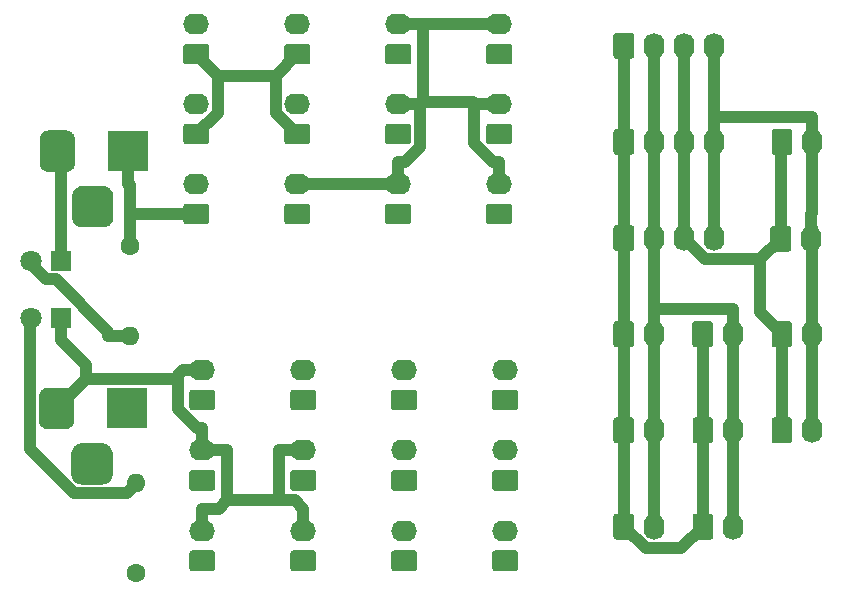
<source format=gbr>
G04 #@! TF.GenerationSoftware,KiCad,Pcbnew,(5.1.5-0-10_14)*
G04 #@! TF.CreationDate,2021-10-24T14:34:02+10:00*
G04 #@! TF.ProjectId,PowerDistribution,506f7765-7244-4697-9374-726962757469,rev?*
G04 #@! TF.SameCoordinates,Original*
G04 #@! TF.FileFunction,Copper,L2,Bot*
G04 #@! TF.FilePolarity,Positive*
%FSLAX46Y46*%
G04 Gerber Fmt 4.6, Leading zero omitted, Abs format (unit mm)*
G04 Created by KiCad (PCBNEW (5.1.5-0-10_14)) date 2021-10-24 14:34:02*
%MOMM*%
%LPD*%
G04 APERTURE LIST*
%ADD10C,0.100000*%
%ADD11R,3.500000X3.500000*%
%ADD12O,1.600000X1.600000*%
%ADD13C,1.600000*%
%ADD14C,1.800000*%
%ADD15R,1.800000X1.800000*%
%ADD16O,1.740000X2.200000*%
%ADD17O,2.200000X1.740000*%
%ADD18C,1.000000*%
G04 APERTURE END LIST*
G04 #@! TA.AperFunction,ComponentPad*
D10*
G36*
X109339765Y-94140213D02*
G01*
X109424704Y-94152813D01*
X109507999Y-94173677D01*
X109588848Y-94202605D01*
X109666472Y-94239319D01*
X109740124Y-94283464D01*
X109809094Y-94334616D01*
X109872718Y-94392282D01*
X109930384Y-94455906D01*
X109981536Y-94524876D01*
X110025681Y-94598528D01*
X110062395Y-94676152D01*
X110091323Y-94757001D01*
X110112187Y-94840296D01*
X110124787Y-94925235D01*
X110129000Y-95011000D01*
X110129000Y-96761000D01*
X110124787Y-96846765D01*
X110112187Y-96931704D01*
X110091323Y-97014999D01*
X110062395Y-97095848D01*
X110025681Y-97173472D01*
X109981536Y-97247124D01*
X109930384Y-97316094D01*
X109872718Y-97379718D01*
X109809094Y-97437384D01*
X109740124Y-97488536D01*
X109666472Y-97532681D01*
X109588848Y-97569395D01*
X109507999Y-97598323D01*
X109424704Y-97619187D01*
X109339765Y-97631787D01*
X109254000Y-97636000D01*
X107504000Y-97636000D01*
X107418235Y-97631787D01*
X107333296Y-97619187D01*
X107250001Y-97598323D01*
X107169152Y-97569395D01*
X107091528Y-97532681D01*
X107017876Y-97488536D01*
X106948906Y-97437384D01*
X106885282Y-97379718D01*
X106827616Y-97316094D01*
X106776464Y-97247124D01*
X106732319Y-97173472D01*
X106695605Y-97095848D01*
X106666677Y-97014999D01*
X106645813Y-96931704D01*
X106633213Y-96846765D01*
X106629000Y-96761000D01*
X106629000Y-95011000D01*
X106633213Y-94925235D01*
X106645813Y-94840296D01*
X106666677Y-94757001D01*
X106695605Y-94676152D01*
X106732319Y-94598528D01*
X106776464Y-94524876D01*
X106827616Y-94455906D01*
X106885282Y-94392282D01*
X106948906Y-94334616D01*
X107017876Y-94283464D01*
X107091528Y-94239319D01*
X107169152Y-94202605D01*
X107250001Y-94173677D01*
X107333296Y-94152813D01*
X107418235Y-94140213D01*
X107504000Y-94136000D01*
X109254000Y-94136000D01*
X109339765Y-94140213D01*
G37*
G04 #@! TD.AperFunction*
G04 #@! TA.AperFunction,ComponentPad*
G36*
X106202513Y-89439611D02*
G01*
X106275318Y-89450411D01*
X106346714Y-89468295D01*
X106416013Y-89493090D01*
X106482548Y-89524559D01*
X106545678Y-89562398D01*
X106604795Y-89606242D01*
X106659330Y-89655670D01*
X106708758Y-89710205D01*
X106752602Y-89769322D01*
X106790441Y-89832452D01*
X106821910Y-89898987D01*
X106846705Y-89968286D01*
X106864589Y-90039682D01*
X106875389Y-90112487D01*
X106879000Y-90186000D01*
X106879000Y-92186000D01*
X106875389Y-92259513D01*
X106864589Y-92332318D01*
X106846705Y-92403714D01*
X106821910Y-92473013D01*
X106790441Y-92539548D01*
X106752602Y-92602678D01*
X106708758Y-92661795D01*
X106659330Y-92716330D01*
X106604795Y-92765758D01*
X106545678Y-92809602D01*
X106482548Y-92847441D01*
X106416013Y-92878910D01*
X106346714Y-92903705D01*
X106275318Y-92921589D01*
X106202513Y-92932389D01*
X106129000Y-92936000D01*
X104629000Y-92936000D01*
X104555487Y-92932389D01*
X104482682Y-92921589D01*
X104411286Y-92903705D01*
X104341987Y-92878910D01*
X104275452Y-92847441D01*
X104212322Y-92809602D01*
X104153205Y-92765758D01*
X104098670Y-92716330D01*
X104049242Y-92661795D01*
X104005398Y-92602678D01*
X103967559Y-92539548D01*
X103936090Y-92473013D01*
X103911295Y-92403714D01*
X103893411Y-92332318D01*
X103882611Y-92259513D01*
X103879000Y-92186000D01*
X103879000Y-90186000D01*
X103882611Y-90112487D01*
X103893411Y-90039682D01*
X103911295Y-89968286D01*
X103936090Y-89898987D01*
X103967559Y-89832452D01*
X104005398Y-89769322D01*
X104049242Y-89710205D01*
X104098670Y-89655670D01*
X104153205Y-89606242D01*
X104212322Y-89562398D01*
X104275452Y-89524559D01*
X104341987Y-89493090D01*
X104411286Y-89468295D01*
X104482682Y-89450411D01*
X104555487Y-89439611D01*
X104629000Y-89436000D01*
X106129000Y-89436000D01*
X106202513Y-89439611D01*
G37*
G04 #@! TD.AperFunction*
D11*
X111379000Y-91186000D03*
G04 #@! TA.AperFunction,ComponentPad*
D10*
G36*
X109402765Y-72359713D02*
G01*
X109487704Y-72372313D01*
X109570999Y-72393177D01*
X109651848Y-72422105D01*
X109729472Y-72458819D01*
X109803124Y-72502964D01*
X109872094Y-72554116D01*
X109935718Y-72611782D01*
X109993384Y-72675406D01*
X110044536Y-72744376D01*
X110088681Y-72818028D01*
X110125395Y-72895652D01*
X110154323Y-72976501D01*
X110175187Y-73059796D01*
X110187787Y-73144735D01*
X110192000Y-73230500D01*
X110192000Y-74980500D01*
X110187787Y-75066265D01*
X110175187Y-75151204D01*
X110154323Y-75234499D01*
X110125395Y-75315348D01*
X110088681Y-75392972D01*
X110044536Y-75466624D01*
X109993384Y-75535594D01*
X109935718Y-75599218D01*
X109872094Y-75656884D01*
X109803124Y-75708036D01*
X109729472Y-75752181D01*
X109651848Y-75788895D01*
X109570999Y-75817823D01*
X109487704Y-75838687D01*
X109402765Y-75851287D01*
X109317000Y-75855500D01*
X107567000Y-75855500D01*
X107481235Y-75851287D01*
X107396296Y-75838687D01*
X107313001Y-75817823D01*
X107232152Y-75788895D01*
X107154528Y-75752181D01*
X107080876Y-75708036D01*
X107011906Y-75656884D01*
X106948282Y-75599218D01*
X106890616Y-75535594D01*
X106839464Y-75466624D01*
X106795319Y-75392972D01*
X106758605Y-75315348D01*
X106729677Y-75234499D01*
X106708813Y-75151204D01*
X106696213Y-75066265D01*
X106692000Y-74980500D01*
X106692000Y-73230500D01*
X106696213Y-73144735D01*
X106708813Y-73059796D01*
X106729677Y-72976501D01*
X106758605Y-72895652D01*
X106795319Y-72818028D01*
X106839464Y-72744376D01*
X106890616Y-72675406D01*
X106948282Y-72611782D01*
X107011906Y-72554116D01*
X107080876Y-72502964D01*
X107154528Y-72458819D01*
X107232152Y-72422105D01*
X107313001Y-72393177D01*
X107396296Y-72372313D01*
X107481235Y-72359713D01*
X107567000Y-72355500D01*
X109317000Y-72355500D01*
X109402765Y-72359713D01*
G37*
G04 #@! TD.AperFunction*
G04 #@! TA.AperFunction,ComponentPad*
G36*
X106265513Y-67659111D02*
G01*
X106338318Y-67669911D01*
X106409714Y-67687795D01*
X106479013Y-67712590D01*
X106545548Y-67744059D01*
X106608678Y-67781898D01*
X106667795Y-67825742D01*
X106722330Y-67875170D01*
X106771758Y-67929705D01*
X106815602Y-67988822D01*
X106853441Y-68051952D01*
X106884910Y-68118487D01*
X106909705Y-68187786D01*
X106927589Y-68259182D01*
X106938389Y-68331987D01*
X106942000Y-68405500D01*
X106942000Y-70405500D01*
X106938389Y-70479013D01*
X106927589Y-70551818D01*
X106909705Y-70623214D01*
X106884910Y-70692513D01*
X106853441Y-70759048D01*
X106815602Y-70822178D01*
X106771758Y-70881295D01*
X106722330Y-70935830D01*
X106667795Y-70985258D01*
X106608678Y-71029102D01*
X106545548Y-71066941D01*
X106479013Y-71098410D01*
X106409714Y-71123205D01*
X106338318Y-71141089D01*
X106265513Y-71151889D01*
X106192000Y-71155500D01*
X104692000Y-71155500D01*
X104618487Y-71151889D01*
X104545682Y-71141089D01*
X104474286Y-71123205D01*
X104404987Y-71098410D01*
X104338452Y-71066941D01*
X104275322Y-71029102D01*
X104216205Y-70985258D01*
X104161670Y-70935830D01*
X104112242Y-70881295D01*
X104068398Y-70822178D01*
X104030559Y-70759048D01*
X103999090Y-70692513D01*
X103974295Y-70623214D01*
X103956411Y-70551818D01*
X103945611Y-70479013D01*
X103942000Y-70405500D01*
X103942000Y-68405500D01*
X103945611Y-68331987D01*
X103956411Y-68259182D01*
X103974295Y-68187786D01*
X103999090Y-68118487D01*
X104030559Y-68051952D01*
X104068398Y-67988822D01*
X104112242Y-67929705D01*
X104161670Y-67875170D01*
X104216205Y-67825742D01*
X104275322Y-67781898D01*
X104338452Y-67744059D01*
X104404987Y-67712590D01*
X104474286Y-67687795D01*
X104545682Y-67669911D01*
X104618487Y-67659111D01*
X104692000Y-67655500D01*
X106192000Y-67655500D01*
X106265513Y-67659111D01*
G37*
G04 #@! TD.AperFunction*
D11*
X111442000Y-69405500D03*
D12*
X112141000Y-97536000D03*
D13*
X112141000Y-105156000D03*
D12*
X111570000Y-85090000D03*
D13*
X111570000Y-77470000D03*
D14*
X103188000Y-83502500D03*
D15*
X105728000Y-83502500D03*
D14*
X103188000Y-78676500D03*
D15*
X105728000Y-78676500D03*
D16*
X162634000Y-101200000D03*
G04 #@! TA.AperFunction,ComponentPad*
D10*
G36*
X160738505Y-100101204D02*
G01*
X160762773Y-100104804D01*
X160786572Y-100110765D01*
X160809671Y-100119030D01*
X160831850Y-100129520D01*
X160852893Y-100142132D01*
X160872599Y-100156747D01*
X160890777Y-100173223D01*
X160907253Y-100191401D01*
X160921868Y-100211107D01*
X160934480Y-100232150D01*
X160944970Y-100254329D01*
X160953235Y-100277428D01*
X160959196Y-100301227D01*
X160962796Y-100325495D01*
X160964000Y-100349999D01*
X160964000Y-102050001D01*
X160962796Y-102074505D01*
X160959196Y-102098773D01*
X160953235Y-102122572D01*
X160944970Y-102145671D01*
X160934480Y-102167850D01*
X160921868Y-102188893D01*
X160907253Y-102208599D01*
X160890777Y-102226777D01*
X160872599Y-102243253D01*
X160852893Y-102257868D01*
X160831850Y-102270480D01*
X160809671Y-102280970D01*
X160786572Y-102289235D01*
X160762773Y-102295196D01*
X160738505Y-102298796D01*
X160714001Y-102300000D01*
X159473999Y-102300000D01*
X159449495Y-102298796D01*
X159425227Y-102295196D01*
X159401428Y-102289235D01*
X159378329Y-102280970D01*
X159356150Y-102270480D01*
X159335107Y-102257868D01*
X159315401Y-102243253D01*
X159297223Y-102226777D01*
X159280747Y-102208599D01*
X159266132Y-102188893D01*
X159253520Y-102167850D01*
X159243030Y-102145671D01*
X159234765Y-102122572D01*
X159228804Y-102098773D01*
X159225204Y-102074505D01*
X159224000Y-102050001D01*
X159224000Y-100349999D01*
X159225204Y-100325495D01*
X159228804Y-100301227D01*
X159234765Y-100277428D01*
X159243030Y-100254329D01*
X159253520Y-100232150D01*
X159266132Y-100211107D01*
X159280747Y-100191401D01*
X159297223Y-100173223D01*
X159315401Y-100156747D01*
X159335107Y-100142132D01*
X159356150Y-100129520D01*
X159378329Y-100119030D01*
X159401428Y-100110765D01*
X159425227Y-100104804D01*
X159449495Y-100101204D01*
X159473999Y-100100000D01*
X160714001Y-100100000D01*
X160738505Y-100101204D01*
G37*
G04 #@! TD.AperFunction*
D17*
X143363000Y-87931000D03*
G04 #@! TA.AperFunction,ComponentPad*
D10*
G36*
X144237505Y-89602204D02*
G01*
X144261773Y-89605804D01*
X144285572Y-89611765D01*
X144308671Y-89620030D01*
X144330850Y-89630520D01*
X144351893Y-89643132D01*
X144371599Y-89657747D01*
X144389777Y-89674223D01*
X144406253Y-89692401D01*
X144420868Y-89712107D01*
X144433480Y-89733150D01*
X144443970Y-89755329D01*
X144452235Y-89778428D01*
X144458196Y-89802227D01*
X144461796Y-89826495D01*
X144463000Y-89850999D01*
X144463000Y-91091001D01*
X144461796Y-91115505D01*
X144458196Y-91139773D01*
X144452235Y-91163572D01*
X144443970Y-91186671D01*
X144433480Y-91208850D01*
X144420868Y-91229893D01*
X144406253Y-91249599D01*
X144389777Y-91267777D01*
X144371599Y-91284253D01*
X144351893Y-91298868D01*
X144330850Y-91311480D01*
X144308671Y-91321970D01*
X144285572Y-91330235D01*
X144261773Y-91336196D01*
X144237505Y-91339796D01*
X144213001Y-91341000D01*
X142512999Y-91341000D01*
X142488495Y-91339796D01*
X142464227Y-91336196D01*
X142440428Y-91330235D01*
X142417329Y-91321970D01*
X142395150Y-91311480D01*
X142374107Y-91298868D01*
X142354401Y-91284253D01*
X142336223Y-91267777D01*
X142319747Y-91249599D01*
X142305132Y-91229893D01*
X142292520Y-91208850D01*
X142282030Y-91186671D01*
X142273765Y-91163572D01*
X142267804Y-91139773D01*
X142264204Y-91115505D01*
X142263000Y-91091001D01*
X142263000Y-89850999D01*
X142264204Y-89826495D01*
X142267804Y-89802227D01*
X142273765Y-89778428D01*
X142282030Y-89755329D01*
X142292520Y-89733150D01*
X142305132Y-89712107D01*
X142319747Y-89692401D01*
X142336223Y-89674223D01*
X142354401Y-89657747D01*
X142374107Y-89643132D01*
X142395150Y-89630520D01*
X142417329Y-89620030D01*
X142440428Y-89611765D01*
X142464227Y-89605804D01*
X142488495Y-89602204D01*
X142512999Y-89601000D01*
X144213001Y-89601000D01*
X144237505Y-89602204D01*
G37*
G04 #@! TD.AperFunction*
D17*
X142855000Y-72183000D03*
G04 #@! TA.AperFunction,ComponentPad*
D10*
G36*
X143729505Y-73854204D02*
G01*
X143753773Y-73857804D01*
X143777572Y-73863765D01*
X143800671Y-73872030D01*
X143822850Y-73882520D01*
X143843893Y-73895132D01*
X143863599Y-73909747D01*
X143881777Y-73926223D01*
X143898253Y-73944401D01*
X143912868Y-73964107D01*
X143925480Y-73985150D01*
X143935970Y-74007329D01*
X143944235Y-74030428D01*
X143950196Y-74054227D01*
X143953796Y-74078495D01*
X143955000Y-74102999D01*
X143955000Y-75343001D01*
X143953796Y-75367505D01*
X143950196Y-75391773D01*
X143944235Y-75415572D01*
X143935970Y-75438671D01*
X143925480Y-75460850D01*
X143912868Y-75481893D01*
X143898253Y-75501599D01*
X143881777Y-75519777D01*
X143863599Y-75536253D01*
X143843893Y-75550868D01*
X143822850Y-75563480D01*
X143800671Y-75573970D01*
X143777572Y-75582235D01*
X143753773Y-75588196D01*
X143729505Y-75591796D01*
X143705001Y-75593000D01*
X142004999Y-75593000D01*
X141980495Y-75591796D01*
X141956227Y-75588196D01*
X141932428Y-75582235D01*
X141909329Y-75573970D01*
X141887150Y-75563480D01*
X141866107Y-75550868D01*
X141846401Y-75536253D01*
X141828223Y-75519777D01*
X141811747Y-75501599D01*
X141797132Y-75481893D01*
X141784520Y-75460850D01*
X141774030Y-75438671D01*
X141765765Y-75415572D01*
X141759804Y-75391773D01*
X141756204Y-75367505D01*
X141755000Y-75343001D01*
X141755000Y-74102999D01*
X141756204Y-74078495D01*
X141759804Y-74054227D01*
X141765765Y-74030428D01*
X141774030Y-74007329D01*
X141784520Y-73985150D01*
X141797132Y-73964107D01*
X141811747Y-73944401D01*
X141828223Y-73926223D01*
X141846401Y-73909747D01*
X141866107Y-73895132D01*
X141887150Y-73882520D01*
X141909329Y-73872030D01*
X141932428Y-73863765D01*
X141956227Y-73857804D01*
X141980495Y-73854204D01*
X142004999Y-73853000D01*
X143705001Y-73853000D01*
X143729505Y-73854204D01*
G37*
G04 #@! TD.AperFunction*
D16*
X155940000Y-101200000D03*
G04 #@! TA.AperFunction,ComponentPad*
D10*
G36*
X154044505Y-100101204D02*
G01*
X154068773Y-100104804D01*
X154092572Y-100110765D01*
X154115671Y-100119030D01*
X154137850Y-100129520D01*
X154158893Y-100142132D01*
X154178599Y-100156747D01*
X154196777Y-100173223D01*
X154213253Y-100191401D01*
X154227868Y-100211107D01*
X154240480Y-100232150D01*
X154250970Y-100254329D01*
X154259235Y-100277428D01*
X154265196Y-100301227D01*
X154268796Y-100325495D01*
X154270000Y-100349999D01*
X154270000Y-102050001D01*
X154268796Y-102074505D01*
X154265196Y-102098773D01*
X154259235Y-102122572D01*
X154250970Y-102145671D01*
X154240480Y-102167850D01*
X154227868Y-102188893D01*
X154213253Y-102208599D01*
X154196777Y-102226777D01*
X154178599Y-102243253D01*
X154158893Y-102257868D01*
X154137850Y-102270480D01*
X154115671Y-102280970D01*
X154092572Y-102289235D01*
X154068773Y-102295196D01*
X154044505Y-102298796D01*
X154020001Y-102300000D01*
X152779999Y-102300000D01*
X152755495Y-102298796D01*
X152731227Y-102295196D01*
X152707428Y-102289235D01*
X152684329Y-102280970D01*
X152662150Y-102270480D01*
X152641107Y-102257868D01*
X152621401Y-102243253D01*
X152603223Y-102226777D01*
X152586747Y-102208599D01*
X152572132Y-102188893D01*
X152559520Y-102167850D01*
X152549030Y-102145671D01*
X152540765Y-102122572D01*
X152534804Y-102098773D01*
X152531204Y-102074505D01*
X152530000Y-102050001D01*
X152530000Y-100349999D01*
X152531204Y-100325495D01*
X152534804Y-100301227D01*
X152540765Y-100277428D01*
X152549030Y-100254329D01*
X152559520Y-100232150D01*
X152572132Y-100211107D01*
X152586747Y-100191401D01*
X152603223Y-100173223D01*
X152621401Y-100156747D01*
X152641107Y-100142132D01*
X152662150Y-100129520D01*
X152684329Y-100119030D01*
X152707428Y-100110765D01*
X152731227Y-100104804D01*
X152755495Y-100101204D01*
X152779999Y-100100000D01*
X154020001Y-100100000D01*
X154044505Y-100101204D01*
G37*
G04 #@! TD.AperFunction*
D17*
X143363000Y-94741000D03*
G04 #@! TA.AperFunction,ComponentPad*
D10*
G36*
X144237505Y-96412204D02*
G01*
X144261773Y-96415804D01*
X144285572Y-96421765D01*
X144308671Y-96430030D01*
X144330850Y-96440520D01*
X144351893Y-96453132D01*
X144371599Y-96467747D01*
X144389777Y-96484223D01*
X144406253Y-96502401D01*
X144420868Y-96522107D01*
X144433480Y-96543150D01*
X144443970Y-96565329D01*
X144452235Y-96588428D01*
X144458196Y-96612227D01*
X144461796Y-96636495D01*
X144463000Y-96660999D01*
X144463000Y-97901001D01*
X144461796Y-97925505D01*
X144458196Y-97949773D01*
X144452235Y-97973572D01*
X144443970Y-97996671D01*
X144433480Y-98018850D01*
X144420868Y-98039893D01*
X144406253Y-98059599D01*
X144389777Y-98077777D01*
X144371599Y-98094253D01*
X144351893Y-98108868D01*
X144330850Y-98121480D01*
X144308671Y-98131970D01*
X144285572Y-98140235D01*
X144261773Y-98146196D01*
X144237505Y-98149796D01*
X144213001Y-98151000D01*
X142512999Y-98151000D01*
X142488495Y-98149796D01*
X142464227Y-98146196D01*
X142440428Y-98140235D01*
X142417329Y-98131970D01*
X142395150Y-98121480D01*
X142374107Y-98108868D01*
X142354401Y-98094253D01*
X142336223Y-98077777D01*
X142319747Y-98059599D01*
X142305132Y-98039893D01*
X142292520Y-98018850D01*
X142282030Y-97996671D01*
X142273765Y-97973572D01*
X142267804Y-97949773D01*
X142264204Y-97925505D01*
X142263000Y-97901001D01*
X142263000Y-96660999D01*
X142264204Y-96636495D01*
X142267804Y-96612227D01*
X142273765Y-96588428D01*
X142282030Y-96565329D01*
X142292520Y-96543150D01*
X142305132Y-96522107D01*
X142319747Y-96502401D01*
X142336223Y-96484223D01*
X142354401Y-96467747D01*
X142374107Y-96453132D01*
X142395150Y-96440520D01*
X142417329Y-96430030D01*
X142440428Y-96421765D01*
X142464227Y-96415804D01*
X142488495Y-96412204D01*
X142512999Y-96411000D01*
X144213001Y-96411000D01*
X144237505Y-96412204D01*
G37*
G04 #@! TD.AperFunction*
D17*
X142855000Y-65423000D03*
G04 #@! TA.AperFunction,ComponentPad*
D10*
G36*
X143729505Y-67094204D02*
G01*
X143753773Y-67097804D01*
X143777572Y-67103765D01*
X143800671Y-67112030D01*
X143822850Y-67122520D01*
X143843893Y-67135132D01*
X143863599Y-67149747D01*
X143881777Y-67166223D01*
X143898253Y-67184401D01*
X143912868Y-67204107D01*
X143925480Y-67225150D01*
X143935970Y-67247329D01*
X143944235Y-67270428D01*
X143950196Y-67294227D01*
X143953796Y-67318495D01*
X143955000Y-67342999D01*
X143955000Y-68583001D01*
X143953796Y-68607505D01*
X143950196Y-68631773D01*
X143944235Y-68655572D01*
X143935970Y-68678671D01*
X143925480Y-68700850D01*
X143912868Y-68721893D01*
X143898253Y-68741599D01*
X143881777Y-68759777D01*
X143863599Y-68776253D01*
X143843893Y-68790868D01*
X143822850Y-68803480D01*
X143800671Y-68813970D01*
X143777572Y-68822235D01*
X143753773Y-68828196D01*
X143729505Y-68831796D01*
X143705001Y-68833000D01*
X142004999Y-68833000D01*
X141980495Y-68831796D01*
X141956227Y-68828196D01*
X141932428Y-68822235D01*
X141909329Y-68813970D01*
X141887150Y-68803480D01*
X141866107Y-68790868D01*
X141846401Y-68776253D01*
X141828223Y-68759777D01*
X141811747Y-68741599D01*
X141797132Y-68721893D01*
X141784520Y-68700850D01*
X141774030Y-68678671D01*
X141765765Y-68655572D01*
X141759804Y-68631773D01*
X141756204Y-68607505D01*
X141755000Y-68583001D01*
X141755000Y-67342999D01*
X141756204Y-67318495D01*
X141759804Y-67294227D01*
X141765765Y-67270428D01*
X141774030Y-67247329D01*
X141784520Y-67225150D01*
X141797132Y-67204107D01*
X141811747Y-67184401D01*
X141828223Y-67166223D01*
X141846401Y-67149747D01*
X141866107Y-67135132D01*
X141887150Y-67122520D01*
X141909329Y-67112030D01*
X141932428Y-67103765D01*
X141956227Y-67097804D01*
X141980495Y-67094204D01*
X142004999Y-67093000D01*
X143705001Y-67093000D01*
X143729505Y-67094204D01*
G37*
G04 #@! TD.AperFunction*
D16*
X155940000Y-93056000D03*
G04 #@! TA.AperFunction,ComponentPad*
D10*
G36*
X154044505Y-91957204D02*
G01*
X154068773Y-91960804D01*
X154092572Y-91966765D01*
X154115671Y-91975030D01*
X154137850Y-91985520D01*
X154158893Y-91998132D01*
X154178599Y-92012747D01*
X154196777Y-92029223D01*
X154213253Y-92047401D01*
X154227868Y-92067107D01*
X154240480Y-92088150D01*
X154250970Y-92110329D01*
X154259235Y-92133428D01*
X154265196Y-92157227D01*
X154268796Y-92181495D01*
X154270000Y-92205999D01*
X154270000Y-93906001D01*
X154268796Y-93930505D01*
X154265196Y-93954773D01*
X154259235Y-93978572D01*
X154250970Y-94001671D01*
X154240480Y-94023850D01*
X154227868Y-94044893D01*
X154213253Y-94064599D01*
X154196777Y-94082777D01*
X154178599Y-94099253D01*
X154158893Y-94113868D01*
X154137850Y-94126480D01*
X154115671Y-94136970D01*
X154092572Y-94145235D01*
X154068773Y-94151196D01*
X154044505Y-94154796D01*
X154020001Y-94156000D01*
X152779999Y-94156000D01*
X152755495Y-94154796D01*
X152731227Y-94151196D01*
X152707428Y-94145235D01*
X152684329Y-94136970D01*
X152662150Y-94126480D01*
X152641107Y-94113868D01*
X152621401Y-94099253D01*
X152603223Y-94082777D01*
X152586747Y-94064599D01*
X152572132Y-94044893D01*
X152559520Y-94023850D01*
X152549030Y-94001671D01*
X152540765Y-93978572D01*
X152534804Y-93954773D01*
X152531204Y-93930505D01*
X152530000Y-93906001D01*
X152530000Y-92205999D01*
X152531204Y-92181495D01*
X152534804Y-92157227D01*
X152540765Y-92133428D01*
X152549030Y-92110329D01*
X152559520Y-92088150D01*
X152572132Y-92067107D01*
X152586747Y-92047401D01*
X152603223Y-92029223D01*
X152621401Y-92012747D01*
X152641107Y-91998132D01*
X152662150Y-91985520D01*
X152684329Y-91975030D01*
X152707428Y-91966765D01*
X152731227Y-91960804D01*
X152755495Y-91957204D01*
X152779999Y-91956000D01*
X154020001Y-91956000D01*
X154044505Y-91957204D01*
G37*
G04 #@! TD.AperFunction*
D17*
X143363000Y-101551000D03*
G04 #@! TA.AperFunction,ComponentPad*
D10*
G36*
X144237505Y-103222204D02*
G01*
X144261773Y-103225804D01*
X144285572Y-103231765D01*
X144308671Y-103240030D01*
X144330850Y-103250520D01*
X144351893Y-103263132D01*
X144371599Y-103277747D01*
X144389777Y-103294223D01*
X144406253Y-103312401D01*
X144420868Y-103332107D01*
X144433480Y-103353150D01*
X144443970Y-103375329D01*
X144452235Y-103398428D01*
X144458196Y-103422227D01*
X144461796Y-103446495D01*
X144463000Y-103470999D01*
X144463000Y-104711001D01*
X144461796Y-104735505D01*
X144458196Y-104759773D01*
X144452235Y-104783572D01*
X144443970Y-104806671D01*
X144433480Y-104828850D01*
X144420868Y-104849893D01*
X144406253Y-104869599D01*
X144389777Y-104887777D01*
X144371599Y-104904253D01*
X144351893Y-104918868D01*
X144330850Y-104931480D01*
X144308671Y-104941970D01*
X144285572Y-104950235D01*
X144261773Y-104956196D01*
X144237505Y-104959796D01*
X144213001Y-104961000D01*
X142512999Y-104961000D01*
X142488495Y-104959796D01*
X142464227Y-104956196D01*
X142440428Y-104950235D01*
X142417329Y-104941970D01*
X142395150Y-104931480D01*
X142374107Y-104918868D01*
X142354401Y-104904253D01*
X142336223Y-104887777D01*
X142319747Y-104869599D01*
X142305132Y-104849893D01*
X142292520Y-104828850D01*
X142282030Y-104806671D01*
X142273765Y-104783572D01*
X142267804Y-104759773D01*
X142264204Y-104735505D01*
X142263000Y-104711001D01*
X142263000Y-103470999D01*
X142264204Y-103446495D01*
X142267804Y-103422227D01*
X142273765Y-103398428D01*
X142282030Y-103375329D01*
X142292520Y-103353150D01*
X142305132Y-103332107D01*
X142319747Y-103312401D01*
X142336223Y-103294223D01*
X142354401Y-103277747D01*
X142374107Y-103263132D01*
X142395150Y-103250520D01*
X142417329Y-103240030D01*
X142440428Y-103231765D01*
X142464227Y-103225804D01*
X142488495Y-103222204D01*
X142512999Y-103221000D01*
X144213001Y-103221000D01*
X144237505Y-103222204D01*
G37*
G04 #@! TD.AperFunction*
D17*
X134308000Y-72183000D03*
G04 #@! TA.AperFunction,ComponentPad*
D10*
G36*
X135182505Y-73854204D02*
G01*
X135206773Y-73857804D01*
X135230572Y-73863765D01*
X135253671Y-73872030D01*
X135275850Y-73882520D01*
X135296893Y-73895132D01*
X135316599Y-73909747D01*
X135334777Y-73926223D01*
X135351253Y-73944401D01*
X135365868Y-73964107D01*
X135378480Y-73985150D01*
X135388970Y-74007329D01*
X135397235Y-74030428D01*
X135403196Y-74054227D01*
X135406796Y-74078495D01*
X135408000Y-74102999D01*
X135408000Y-75343001D01*
X135406796Y-75367505D01*
X135403196Y-75391773D01*
X135397235Y-75415572D01*
X135388970Y-75438671D01*
X135378480Y-75460850D01*
X135365868Y-75481893D01*
X135351253Y-75501599D01*
X135334777Y-75519777D01*
X135316599Y-75536253D01*
X135296893Y-75550868D01*
X135275850Y-75563480D01*
X135253671Y-75573970D01*
X135230572Y-75582235D01*
X135206773Y-75588196D01*
X135182505Y-75591796D01*
X135158001Y-75593000D01*
X133457999Y-75593000D01*
X133433495Y-75591796D01*
X133409227Y-75588196D01*
X133385428Y-75582235D01*
X133362329Y-75573970D01*
X133340150Y-75563480D01*
X133319107Y-75550868D01*
X133299401Y-75536253D01*
X133281223Y-75519777D01*
X133264747Y-75501599D01*
X133250132Y-75481893D01*
X133237520Y-75460850D01*
X133227030Y-75438671D01*
X133218765Y-75415572D01*
X133212804Y-75391773D01*
X133209204Y-75367505D01*
X133208000Y-75343001D01*
X133208000Y-74102999D01*
X133209204Y-74078495D01*
X133212804Y-74054227D01*
X133218765Y-74030428D01*
X133227030Y-74007329D01*
X133237520Y-73985150D01*
X133250132Y-73964107D01*
X133264747Y-73944401D01*
X133281223Y-73926223D01*
X133299401Y-73909747D01*
X133319107Y-73895132D01*
X133340150Y-73882520D01*
X133362329Y-73872030D01*
X133385428Y-73863765D01*
X133409227Y-73857804D01*
X133433495Y-73854204D01*
X133457999Y-73853000D01*
X135158001Y-73853000D01*
X135182505Y-73854204D01*
G37*
G04 #@! TD.AperFunction*
D16*
X162634000Y-93056000D03*
G04 #@! TA.AperFunction,ComponentPad*
D10*
G36*
X160738505Y-91957204D02*
G01*
X160762773Y-91960804D01*
X160786572Y-91966765D01*
X160809671Y-91975030D01*
X160831850Y-91985520D01*
X160852893Y-91998132D01*
X160872599Y-92012747D01*
X160890777Y-92029223D01*
X160907253Y-92047401D01*
X160921868Y-92067107D01*
X160934480Y-92088150D01*
X160944970Y-92110329D01*
X160953235Y-92133428D01*
X160959196Y-92157227D01*
X160962796Y-92181495D01*
X160964000Y-92205999D01*
X160964000Y-93906001D01*
X160962796Y-93930505D01*
X160959196Y-93954773D01*
X160953235Y-93978572D01*
X160944970Y-94001671D01*
X160934480Y-94023850D01*
X160921868Y-94044893D01*
X160907253Y-94064599D01*
X160890777Y-94082777D01*
X160872599Y-94099253D01*
X160852893Y-94113868D01*
X160831850Y-94126480D01*
X160809671Y-94136970D01*
X160786572Y-94145235D01*
X160762773Y-94151196D01*
X160738505Y-94154796D01*
X160714001Y-94156000D01*
X159473999Y-94156000D01*
X159449495Y-94154796D01*
X159425227Y-94151196D01*
X159401428Y-94145235D01*
X159378329Y-94136970D01*
X159356150Y-94126480D01*
X159335107Y-94113868D01*
X159315401Y-94099253D01*
X159297223Y-94082777D01*
X159280747Y-94064599D01*
X159266132Y-94044893D01*
X159253520Y-94023850D01*
X159243030Y-94001671D01*
X159234765Y-93978572D01*
X159228804Y-93954773D01*
X159225204Y-93930505D01*
X159224000Y-93906001D01*
X159224000Y-92205999D01*
X159225204Y-92181495D01*
X159228804Y-92157227D01*
X159234765Y-92133428D01*
X159243030Y-92110329D01*
X159253520Y-92088150D01*
X159266132Y-92067107D01*
X159280747Y-92047401D01*
X159297223Y-92029223D01*
X159315401Y-92012747D01*
X159335107Y-91998132D01*
X159356150Y-91985520D01*
X159378329Y-91975030D01*
X159401428Y-91966765D01*
X159425227Y-91960804D01*
X159449495Y-91957204D01*
X159473999Y-91956000D01*
X160714001Y-91956000D01*
X160738505Y-91957204D01*
G37*
G04 #@! TD.AperFunction*
D17*
X134816000Y-101551000D03*
G04 #@! TA.AperFunction,ComponentPad*
D10*
G36*
X135690505Y-103222204D02*
G01*
X135714773Y-103225804D01*
X135738572Y-103231765D01*
X135761671Y-103240030D01*
X135783850Y-103250520D01*
X135804893Y-103263132D01*
X135824599Y-103277747D01*
X135842777Y-103294223D01*
X135859253Y-103312401D01*
X135873868Y-103332107D01*
X135886480Y-103353150D01*
X135896970Y-103375329D01*
X135905235Y-103398428D01*
X135911196Y-103422227D01*
X135914796Y-103446495D01*
X135916000Y-103470999D01*
X135916000Y-104711001D01*
X135914796Y-104735505D01*
X135911196Y-104759773D01*
X135905235Y-104783572D01*
X135896970Y-104806671D01*
X135886480Y-104828850D01*
X135873868Y-104849893D01*
X135859253Y-104869599D01*
X135842777Y-104887777D01*
X135824599Y-104904253D01*
X135804893Y-104918868D01*
X135783850Y-104931480D01*
X135761671Y-104941970D01*
X135738572Y-104950235D01*
X135714773Y-104956196D01*
X135690505Y-104959796D01*
X135666001Y-104961000D01*
X133965999Y-104961000D01*
X133941495Y-104959796D01*
X133917227Y-104956196D01*
X133893428Y-104950235D01*
X133870329Y-104941970D01*
X133848150Y-104931480D01*
X133827107Y-104918868D01*
X133807401Y-104904253D01*
X133789223Y-104887777D01*
X133772747Y-104869599D01*
X133758132Y-104849893D01*
X133745520Y-104828850D01*
X133735030Y-104806671D01*
X133726765Y-104783572D01*
X133720804Y-104759773D01*
X133717204Y-104735505D01*
X133716000Y-104711001D01*
X133716000Y-103470999D01*
X133717204Y-103446495D01*
X133720804Y-103422227D01*
X133726765Y-103398428D01*
X133735030Y-103375329D01*
X133745520Y-103353150D01*
X133758132Y-103332107D01*
X133772747Y-103312401D01*
X133789223Y-103294223D01*
X133807401Y-103277747D01*
X133827107Y-103263132D01*
X133848150Y-103250520D01*
X133870329Y-103240030D01*
X133893428Y-103231765D01*
X133917227Y-103225804D01*
X133941495Y-103222204D01*
X133965999Y-103221000D01*
X135666001Y-103221000D01*
X135690505Y-103222204D01*
G37*
G04 #@! TD.AperFunction*
D17*
X142855000Y-58663000D03*
G04 #@! TA.AperFunction,ComponentPad*
D10*
G36*
X143729505Y-60334204D02*
G01*
X143753773Y-60337804D01*
X143777572Y-60343765D01*
X143800671Y-60352030D01*
X143822850Y-60362520D01*
X143843893Y-60375132D01*
X143863599Y-60389747D01*
X143881777Y-60406223D01*
X143898253Y-60424401D01*
X143912868Y-60444107D01*
X143925480Y-60465150D01*
X143935970Y-60487329D01*
X143944235Y-60510428D01*
X143950196Y-60534227D01*
X143953796Y-60558495D01*
X143955000Y-60582999D01*
X143955000Y-61823001D01*
X143953796Y-61847505D01*
X143950196Y-61871773D01*
X143944235Y-61895572D01*
X143935970Y-61918671D01*
X143925480Y-61940850D01*
X143912868Y-61961893D01*
X143898253Y-61981599D01*
X143881777Y-61999777D01*
X143863599Y-62016253D01*
X143843893Y-62030868D01*
X143822850Y-62043480D01*
X143800671Y-62053970D01*
X143777572Y-62062235D01*
X143753773Y-62068196D01*
X143729505Y-62071796D01*
X143705001Y-62073000D01*
X142004999Y-62073000D01*
X141980495Y-62071796D01*
X141956227Y-62068196D01*
X141932428Y-62062235D01*
X141909329Y-62053970D01*
X141887150Y-62043480D01*
X141866107Y-62030868D01*
X141846401Y-62016253D01*
X141828223Y-61999777D01*
X141811747Y-61981599D01*
X141797132Y-61961893D01*
X141784520Y-61940850D01*
X141774030Y-61918671D01*
X141765765Y-61895572D01*
X141759804Y-61871773D01*
X141756204Y-61847505D01*
X141755000Y-61823001D01*
X141755000Y-60582999D01*
X141756204Y-60558495D01*
X141759804Y-60534227D01*
X141765765Y-60510428D01*
X141774030Y-60487329D01*
X141784520Y-60465150D01*
X141797132Y-60444107D01*
X141811747Y-60424401D01*
X141828223Y-60406223D01*
X141846401Y-60389747D01*
X141866107Y-60375132D01*
X141887150Y-60362520D01*
X141909329Y-60352030D01*
X141932428Y-60343765D01*
X141956227Y-60337804D01*
X141980495Y-60334204D01*
X142004999Y-60333000D01*
X143705001Y-60333000D01*
X143729505Y-60334204D01*
G37*
G04 #@! TD.AperFunction*
D16*
X169328000Y-93056000D03*
G04 #@! TA.AperFunction,ComponentPad*
D10*
G36*
X167432505Y-91957204D02*
G01*
X167456773Y-91960804D01*
X167480572Y-91966765D01*
X167503671Y-91975030D01*
X167525850Y-91985520D01*
X167546893Y-91998132D01*
X167566599Y-92012747D01*
X167584777Y-92029223D01*
X167601253Y-92047401D01*
X167615868Y-92067107D01*
X167628480Y-92088150D01*
X167638970Y-92110329D01*
X167647235Y-92133428D01*
X167653196Y-92157227D01*
X167656796Y-92181495D01*
X167658000Y-92205999D01*
X167658000Y-93906001D01*
X167656796Y-93930505D01*
X167653196Y-93954773D01*
X167647235Y-93978572D01*
X167638970Y-94001671D01*
X167628480Y-94023850D01*
X167615868Y-94044893D01*
X167601253Y-94064599D01*
X167584777Y-94082777D01*
X167566599Y-94099253D01*
X167546893Y-94113868D01*
X167525850Y-94126480D01*
X167503671Y-94136970D01*
X167480572Y-94145235D01*
X167456773Y-94151196D01*
X167432505Y-94154796D01*
X167408001Y-94156000D01*
X166167999Y-94156000D01*
X166143495Y-94154796D01*
X166119227Y-94151196D01*
X166095428Y-94145235D01*
X166072329Y-94136970D01*
X166050150Y-94126480D01*
X166029107Y-94113868D01*
X166009401Y-94099253D01*
X165991223Y-94082777D01*
X165974747Y-94064599D01*
X165960132Y-94044893D01*
X165947520Y-94023850D01*
X165937030Y-94001671D01*
X165928765Y-93978572D01*
X165922804Y-93954773D01*
X165919204Y-93930505D01*
X165918000Y-93906001D01*
X165918000Y-92205999D01*
X165919204Y-92181495D01*
X165922804Y-92157227D01*
X165928765Y-92133428D01*
X165937030Y-92110329D01*
X165947520Y-92088150D01*
X165960132Y-92067107D01*
X165974747Y-92047401D01*
X165991223Y-92029223D01*
X166009401Y-92012747D01*
X166029107Y-91998132D01*
X166050150Y-91985520D01*
X166072329Y-91975030D01*
X166095428Y-91966765D01*
X166119227Y-91960804D01*
X166143495Y-91957204D01*
X166167999Y-91956000D01*
X167408001Y-91956000D01*
X167432505Y-91957204D01*
G37*
G04 #@! TD.AperFunction*
D17*
X134816000Y-87931000D03*
G04 #@! TA.AperFunction,ComponentPad*
D10*
G36*
X135690505Y-89602204D02*
G01*
X135714773Y-89605804D01*
X135738572Y-89611765D01*
X135761671Y-89620030D01*
X135783850Y-89630520D01*
X135804893Y-89643132D01*
X135824599Y-89657747D01*
X135842777Y-89674223D01*
X135859253Y-89692401D01*
X135873868Y-89712107D01*
X135886480Y-89733150D01*
X135896970Y-89755329D01*
X135905235Y-89778428D01*
X135911196Y-89802227D01*
X135914796Y-89826495D01*
X135916000Y-89850999D01*
X135916000Y-91091001D01*
X135914796Y-91115505D01*
X135911196Y-91139773D01*
X135905235Y-91163572D01*
X135896970Y-91186671D01*
X135886480Y-91208850D01*
X135873868Y-91229893D01*
X135859253Y-91249599D01*
X135842777Y-91267777D01*
X135824599Y-91284253D01*
X135804893Y-91298868D01*
X135783850Y-91311480D01*
X135761671Y-91321970D01*
X135738572Y-91330235D01*
X135714773Y-91336196D01*
X135690505Y-91339796D01*
X135666001Y-91341000D01*
X133965999Y-91341000D01*
X133941495Y-91339796D01*
X133917227Y-91336196D01*
X133893428Y-91330235D01*
X133870329Y-91321970D01*
X133848150Y-91311480D01*
X133827107Y-91298868D01*
X133807401Y-91284253D01*
X133789223Y-91267777D01*
X133772747Y-91249599D01*
X133758132Y-91229893D01*
X133745520Y-91208850D01*
X133735030Y-91186671D01*
X133726765Y-91163572D01*
X133720804Y-91139773D01*
X133717204Y-91115505D01*
X133716000Y-91091001D01*
X133716000Y-89850999D01*
X133717204Y-89826495D01*
X133720804Y-89802227D01*
X133726765Y-89778428D01*
X133735030Y-89755329D01*
X133745520Y-89733150D01*
X133758132Y-89712107D01*
X133772747Y-89692401D01*
X133789223Y-89674223D01*
X133807401Y-89657747D01*
X133827107Y-89643132D01*
X133848150Y-89630520D01*
X133870329Y-89620030D01*
X133893428Y-89611765D01*
X133917227Y-89605804D01*
X133941495Y-89602204D01*
X133965999Y-89601000D01*
X135666001Y-89601000D01*
X135690505Y-89602204D01*
G37*
G04 #@! TD.AperFunction*
D17*
X134308000Y-65423000D03*
G04 #@! TA.AperFunction,ComponentPad*
D10*
G36*
X135182505Y-67094204D02*
G01*
X135206773Y-67097804D01*
X135230572Y-67103765D01*
X135253671Y-67112030D01*
X135275850Y-67122520D01*
X135296893Y-67135132D01*
X135316599Y-67149747D01*
X135334777Y-67166223D01*
X135351253Y-67184401D01*
X135365868Y-67204107D01*
X135378480Y-67225150D01*
X135388970Y-67247329D01*
X135397235Y-67270428D01*
X135403196Y-67294227D01*
X135406796Y-67318495D01*
X135408000Y-67342999D01*
X135408000Y-68583001D01*
X135406796Y-68607505D01*
X135403196Y-68631773D01*
X135397235Y-68655572D01*
X135388970Y-68678671D01*
X135378480Y-68700850D01*
X135365868Y-68721893D01*
X135351253Y-68741599D01*
X135334777Y-68759777D01*
X135316599Y-68776253D01*
X135296893Y-68790868D01*
X135275850Y-68803480D01*
X135253671Y-68813970D01*
X135230572Y-68822235D01*
X135206773Y-68828196D01*
X135182505Y-68831796D01*
X135158001Y-68833000D01*
X133457999Y-68833000D01*
X133433495Y-68831796D01*
X133409227Y-68828196D01*
X133385428Y-68822235D01*
X133362329Y-68813970D01*
X133340150Y-68803480D01*
X133319107Y-68790868D01*
X133299401Y-68776253D01*
X133281223Y-68759777D01*
X133264747Y-68741599D01*
X133250132Y-68721893D01*
X133237520Y-68700850D01*
X133227030Y-68678671D01*
X133218765Y-68655572D01*
X133212804Y-68631773D01*
X133209204Y-68607505D01*
X133208000Y-68583001D01*
X133208000Y-67342999D01*
X133209204Y-67318495D01*
X133212804Y-67294227D01*
X133218765Y-67270428D01*
X133227030Y-67247329D01*
X133237520Y-67225150D01*
X133250132Y-67204107D01*
X133264747Y-67184401D01*
X133281223Y-67166223D01*
X133299401Y-67149747D01*
X133319107Y-67135132D01*
X133340150Y-67122520D01*
X133362329Y-67112030D01*
X133385428Y-67103765D01*
X133409227Y-67097804D01*
X133433495Y-67094204D01*
X133457999Y-67093000D01*
X135158001Y-67093000D01*
X135182505Y-67094204D01*
G37*
G04 #@! TD.AperFunction*
D16*
X169328000Y-84912000D03*
G04 #@! TA.AperFunction,ComponentPad*
D10*
G36*
X167432505Y-83813204D02*
G01*
X167456773Y-83816804D01*
X167480572Y-83822765D01*
X167503671Y-83831030D01*
X167525850Y-83841520D01*
X167546893Y-83854132D01*
X167566599Y-83868747D01*
X167584777Y-83885223D01*
X167601253Y-83903401D01*
X167615868Y-83923107D01*
X167628480Y-83944150D01*
X167638970Y-83966329D01*
X167647235Y-83989428D01*
X167653196Y-84013227D01*
X167656796Y-84037495D01*
X167658000Y-84061999D01*
X167658000Y-85762001D01*
X167656796Y-85786505D01*
X167653196Y-85810773D01*
X167647235Y-85834572D01*
X167638970Y-85857671D01*
X167628480Y-85879850D01*
X167615868Y-85900893D01*
X167601253Y-85920599D01*
X167584777Y-85938777D01*
X167566599Y-85955253D01*
X167546893Y-85969868D01*
X167525850Y-85982480D01*
X167503671Y-85992970D01*
X167480572Y-86001235D01*
X167456773Y-86007196D01*
X167432505Y-86010796D01*
X167408001Y-86012000D01*
X166167999Y-86012000D01*
X166143495Y-86010796D01*
X166119227Y-86007196D01*
X166095428Y-86001235D01*
X166072329Y-85992970D01*
X166050150Y-85982480D01*
X166029107Y-85969868D01*
X166009401Y-85955253D01*
X165991223Y-85938777D01*
X165974747Y-85920599D01*
X165960132Y-85900893D01*
X165947520Y-85879850D01*
X165937030Y-85857671D01*
X165928765Y-85834572D01*
X165922804Y-85810773D01*
X165919204Y-85786505D01*
X165918000Y-85762001D01*
X165918000Y-84061999D01*
X165919204Y-84037495D01*
X165922804Y-84013227D01*
X165928765Y-83989428D01*
X165937030Y-83966329D01*
X165947520Y-83944150D01*
X165960132Y-83923107D01*
X165974747Y-83903401D01*
X165991223Y-83885223D01*
X166009401Y-83868747D01*
X166029107Y-83854132D01*
X166050150Y-83841520D01*
X166072329Y-83831030D01*
X166095428Y-83822765D01*
X166119227Y-83816804D01*
X166143495Y-83813204D01*
X166167999Y-83812000D01*
X167408001Y-83812000D01*
X167432505Y-83813204D01*
G37*
G04 #@! TD.AperFunction*
D17*
X126270000Y-101551000D03*
G04 #@! TA.AperFunction,ComponentPad*
D10*
G36*
X127144505Y-103222204D02*
G01*
X127168773Y-103225804D01*
X127192572Y-103231765D01*
X127215671Y-103240030D01*
X127237850Y-103250520D01*
X127258893Y-103263132D01*
X127278599Y-103277747D01*
X127296777Y-103294223D01*
X127313253Y-103312401D01*
X127327868Y-103332107D01*
X127340480Y-103353150D01*
X127350970Y-103375329D01*
X127359235Y-103398428D01*
X127365196Y-103422227D01*
X127368796Y-103446495D01*
X127370000Y-103470999D01*
X127370000Y-104711001D01*
X127368796Y-104735505D01*
X127365196Y-104759773D01*
X127359235Y-104783572D01*
X127350970Y-104806671D01*
X127340480Y-104828850D01*
X127327868Y-104849893D01*
X127313253Y-104869599D01*
X127296777Y-104887777D01*
X127278599Y-104904253D01*
X127258893Y-104918868D01*
X127237850Y-104931480D01*
X127215671Y-104941970D01*
X127192572Y-104950235D01*
X127168773Y-104956196D01*
X127144505Y-104959796D01*
X127120001Y-104961000D01*
X125419999Y-104961000D01*
X125395495Y-104959796D01*
X125371227Y-104956196D01*
X125347428Y-104950235D01*
X125324329Y-104941970D01*
X125302150Y-104931480D01*
X125281107Y-104918868D01*
X125261401Y-104904253D01*
X125243223Y-104887777D01*
X125226747Y-104869599D01*
X125212132Y-104849893D01*
X125199520Y-104828850D01*
X125189030Y-104806671D01*
X125180765Y-104783572D01*
X125174804Y-104759773D01*
X125171204Y-104735505D01*
X125170000Y-104711001D01*
X125170000Y-103470999D01*
X125171204Y-103446495D01*
X125174804Y-103422227D01*
X125180765Y-103398428D01*
X125189030Y-103375329D01*
X125199520Y-103353150D01*
X125212132Y-103332107D01*
X125226747Y-103312401D01*
X125243223Y-103294223D01*
X125261401Y-103277747D01*
X125281107Y-103263132D01*
X125302150Y-103250520D01*
X125324329Y-103240030D01*
X125347428Y-103231765D01*
X125371227Y-103225804D01*
X125395495Y-103222204D01*
X125419999Y-103221000D01*
X127120001Y-103221000D01*
X127144505Y-103222204D01*
G37*
G04 #@! TD.AperFunction*
D17*
X134308000Y-58663000D03*
G04 #@! TA.AperFunction,ComponentPad*
D10*
G36*
X135182505Y-60334204D02*
G01*
X135206773Y-60337804D01*
X135230572Y-60343765D01*
X135253671Y-60352030D01*
X135275850Y-60362520D01*
X135296893Y-60375132D01*
X135316599Y-60389747D01*
X135334777Y-60406223D01*
X135351253Y-60424401D01*
X135365868Y-60444107D01*
X135378480Y-60465150D01*
X135388970Y-60487329D01*
X135397235Y-60510428D01*
X135403196Y-60534227D01*
X135406796Y-60558495D01*
X135408000Y-60582999D01*
X135408000Y-61823001D01*
X135406796Y-61847505D01*
X135403196Y-61871773D01*
X135397235Y-61895572D01*
X135388970Y-61918671D01*
X135378480Y-61940850D01*
X135365868Y-61961893D01*
X135351253Y-61981599D01*
X135334777Y-61999777D01*
X135316599Y-62016253D01*
X135296893Y-62030868D01*
X135275850Y-62043480D01*
X135253671Y-62053970D01*
X135230572Y-62062235D01*
X135206773Y-62068196D01*
X135182505Y-62071796D01*
X135158001Y-62073000D01*
X133457999Y-62073000D01*
X133433495Y-62071796D01*
X133409227Y-62068196D01*
X133385428Y-62062235D01*
X133362329Y-62053970D01*
X133340150Y-62043480D01*
X133319107Y-62030868D01*
X133299401Y-62016253D01*
X133281223Y-61999777D01*
X133264747Y-61981599D01*
X133250132Y-61961893D01*
X133237520Y-61940850D01*
X133227030Y-61918671D01*
X133218765Y-61895572D01*
X133212804Y-61871773D01*
X133209204Y-61847505D01*
X133208000Y-61823001D01*
X133208000Y-60582999D01*
X133209204Y-60558495D01*
X133212804Y-60534227D01*
X133218765Y-60510428D01*
X133227030Y-60487329D01*
X133237520Y-60465150D01*
X133250132Y-60444107D01*
X133264747Y-60424401D01*
X133281223Y-60406223D01*
X133299401Y-60389747D01*
X133319107Y-60375132D01*
X133340150Y-60362520D01*
X133362329Y-60352030D01*
X133385428Y-60343765D01*
X133409227Y-60337804D01*
X133433495Y-60334204D01*
X133457999Y-60333000D01*
X135158001Y-60333000D01*
X135182505Y-60334204D01*
G37*
G04 #@! TD.AperFunction*
D16*
X169228000Y-76835000D03*
G04 #@! TA.AperFunction,ComponentPad*
D10*
G36*
X167332505Y-75736204D02*
G01*
X167356773Y-75739804D01*
X167380572Y-75745765D01*
X167403671Y-75754030D01*
X167425850Y-75764520D01*
X167446893Y-75777132D01*
X167466599Y-75791747D01*
X167484777Y-75808223D01*
X167501253Y-75826401D01*
X167515868Y-75846107D01*
X167528480Y-75867150D01*
X167538970Y-75889329D01*
X167547235Y-75912428D01*
X167553196Y-75936227D01*
X167556796Y-75960495D01*
X167558000Y-75984999D01*
X167558000Y-77685001D01*
X167556796Y-77709505D01*
X167553196Y-77733773D01*
X167547235Y-77757572D01*
X167538970Y-77780671D01*
X167528480Y-77802850D01*
X167515868Y-77823893D01*
X167501253Y-77843599D01*
X167484777Y-77861777D01*
X167466599Y-77878253D01*
X167446893Y-77892868D01*
X167425850Y-77905480D01*
X167403671Y-77915970D01*
X167380572Y-77924235D01*
X167356773Y-77930196D01*
X167332505Y-77933796D01*
X167308001Y-77935000D01*
X166067999Y-77935000D01*
X166043495Y-77933796D01*
X166019227Y-77930196D01*
X165995428Y-77924235D01*
X165972329Y-77915970D01*
X165950150Y-77905480D01*
X165929107Y-77892868D01*
X165909401Y-77878253D01*
X165891223Y-77861777D01*
X165874747Y-77843599D01*
X165860132Y-77823893D01*
X165847520Y-77802850D01*
X165837030Y-77780671D01*
X165828765Y-77757572D01*
X165822804Y-77733773D01*
X165819204Y-77709505D01*
X165818000Y-77685001D01*
X165818000Y-75984999D01*
X165819204Y-75960495D01*
X165822804Y-75936227D01*
X165828765Y-75912428D01*
X165837030Y-75889329D01*
X165847520Y-75867150D01*
X165860132Y-75846107D01*
X165874747Y-75826401D01*
X165891223Y-75808223D01*
X165909401Y-75791747D01*
X165929107Y-75777132D01*
X165950150Y-75764520D01*
X165972329Y-75754030D01*
X165995428Y-75745765D01*
X166019227Y-75739804D01*
X166043495Y-75736204D01*
X166067999Y-75735000D01*
X167308001Y-75735000D01*
X167332505Y-75736204D01*
G37*
G04 #@! TD.AperFunction*
D17*
X134816000Y-94741000D03*
G04 #@! TA.AperFunction,ComponentPad*
D10*
G36*
X135690505Y-96412204D02*
G01*
X135714773Y-96415804D01*
X135738572Y-96421765D01*
X135761671Y-96430030D01*
X135783850Y-96440520D01*
X135804893Y-96453132D01*
X135824599Y-96467747D01*
X135842777Y-96484223D01*
X135859253Y-96502401D01*
X135873868Y-96522107D01*
X135886480Y-96543150D01*
X135896970Y-96565329D01*
X135905235Y-96588428D01*
X135911196Y-96612227D01*
X135914796Y-96636495D01*
X135916000Y-96660999D01*
X135916000Y-97901001D01*
X135914796Y-97925505D01*
X135911196Y-97949773D01*
X135905235Y-97973572D01*
X135896970Y-97996671D01*
X135886480Y-98018850D01*
X135873868Y-98039893D01*
X135859253Y-98059599D01*
X135842777Y-98077777D01*
X135824599Y-98094253D01*
X135804893Y-98108868D01*
X135783850Y-98121480D01*
X135761671Y-98131970D01*
X135738572Y-98140235D01*
X135714773Y-98146196D01*
X135690505Y-98149796D01*
X135666001Y-98151000D01*
X133965999Y-98151000D01*
X133941495Y-98149796D01*
X133917227Y-98146196D01*
X133893428Y-98140235D01*
X133870329Y-98131970D01*
X133848150Y-98121480D01*
X133827107Y-98108868D01*
X133807401Y-98094253D01*
X133789223Y-98077777D01*
X133772747Y-98059599D01*
X133758132Y-98039893D01*
X133745520Y-98018850D01*
X133735030Y-97996671D01*
X133726765Y-97973572D01*
X133720804Y-97949773D01*
X133717204Y-97925505D01*
X133716000Y-97901001D01*
X133716000Y-96660999D01*
X133717204Y-96636495D01*
X133720804Y-96612227D01*
X133726765Y-96588428D01*
X133735030Y-96565329D01*
X133745520Y-96543150D01*
X133758132Y-96522107D01*
X133772747Y-96502401D01*
X133789223Y-96484223D01*
X133807401Y-96467747D01*
X133827107Y-96453132D01*
X133848150Y-96440520D01*
X133870329Y-96430030D01*
X133893428Y-96421765D01*
X133917227Y-96415804D01*
X133941495Y-96412204D01*
X133965999Y-96411000D01*
X135666001Y-96411000D01*
X135690505Y-96412204D01*
G37*
G04 #@! TD.AperFunction*
D17*
X125762000Y-72183000D03*
G04 #@! TA.AperFunction,ComponentPad*
D10*
G36*
X126636505Y-73854204D02*
G01*
X126660773Y-73857804D01*
X126684572Y-73863765D01*
X126707671Y-73872030D01*
X126729850Y-73882520D01*
X126750893Y-73895132D01*
X126770599Y-73909747D01*
X126788777Y-73926223D01*
X126805253Y-73944401D01*
X126819868Y-73964107D01*
X126832480Y-73985150D01*
X126842970Y-74007329D01*
X126851235Y-74030428D01*
X126857196Y-74054227D01*
X126860796Y-74078495D01*
X126862000Y-74102999D01*
X126862000Y-75343001D01*
X126860796Y-75367505D01*
X126857196Y-75391773D01*
X126851235Y-75415572D01*
X126842970Y-75438671D01*
X126832480Y-75460850D01*
X126819868Y-75481893D01*
X126805253Y-75501599D01*
X126788777Y-75519777D01*
X126770599Y-75536253D01*
X126750893Y-75550868D01*
X126729850Y-75563480D01*
X126707671Y-75573970D01*
X126684572Y-75582235D01*
X126660773Y-75588196D01*
X126636505Y-75591796D01*
X126612001Y-75593000D01*
X124911999Y-75593000D01*
X124887495Y-75591796D01*
X124863227Y-75588196D01*
X124839428Y-75582235D01*
X124816329Y-75573970D01*
X124794150Y-75563480D01*
X124773107Y-75550868D01*
X124753401Y-75536253D01*
X124735223Y-75519777D01*
X124718747Y-75501599D01*
X124704132Y-75481893D01*
X124691520Y-75460850D01*
X124681030Y-75438671D01*
X124672765Y-75415572D01*
X124666804Y-75391773D01*
X124663204Y-75367505D01*
X124662000Y-75343001D01*
X124662000Y-74102999D01*
X124663204Y-74078495D01*
X124666804Y-74054227D01*
X124672765Y-74030428D01*
X124681030Y-74007329D01*
X124691520Y-73985150D01*
X124704132Y-73964107D01*
X124718747Y-73944401D01*
X124735223Y-73926223D01*
X124753401Y-73909747D01*
X124773107Y-73895132D01*
X124794150Y-73882520D01*
X124816329Y-73872030D01*
X124839428Y-73863765D01*
X124863227Y-73857804D01*
X124887495Y-73854204D01*
X124911999Y-73853000D01*
X126612001Y-73853000D01*
X126636505Y-73854204D01*
G37*
G04 #@! TD.AperFunction*
D16*
X162624000Y-84899500D03*
G04 #@! TA.AperFunction,ComponentPad*
D10*
G36*
X160728505Y-83800704D02*
G01*
X160752773Y-83804304D01*
X160776572Y-83810265D01*
X160799671Y-83818530D01*
X160821850Y-83829020D01*
X160842893Y-83841632D01*
X160862599Y-83856247D01*
X160880777Y-83872723D01*
X160897253Y-83890901D01*
X160911868Y-83910607D01*
X160924480Y-83931650D01*
X160934970Y-83953829D01*
X160943235Y-83976928D01*
X160949196Y-84000727D01*
X160952796Y-84024995D01*
X160954000Y-84049499D01*
X160954000Y-85749501D01*
X160952796Y-85774005D01*
X160949196Y-85798273D01*
X160943235Y-85822072D01*
X160934970Y-85845171D01*
X160924480Y-85867350D01*
X160911868Y-85888393D01*
X160897253Y-85908099D01*
X160880777Y-85926277D01*
X160862599Y-85942753D01*
X160842893Y-85957368D01*
X160821850Y-85969980D01*
X160799671Y-85980470D01*
X160776572Y-85988735D01*
X160752773Y-85994696D01*
X160728505Y-85998296D01*
X160704001Y-85999500D01*
X159463999Y-85999500D01*
X159439495Y-85998296D01*
X159415227Y-85994696D01*
X159391428Y-85988735D01*
X159368329Y-85980470D01*
X159346150Y-85969980D01*
X159325107Y-85957368D01*
X159305401Y-85942753D01*
X159287223Y-85926277D01*
X159270747Y-85908099D01*
X159256132Y-85888393D01*
X159243520Y-85867350D01*
X159233030Y-85845171D01*
X159224765Y-85822072D01*
X159218804Y-85798273D01*
X159215204Y-85774005D01*
X159214000Y-85749501D01*
X159214000Y-84049499D01*
X159215204Y-84024995D01*
X159218804Y-84000727D01*
X159224765Y-83976928D01*
X159233030Y-83953829D01*
X159243520Y-83931650D01*
X159256132Y-83910607D01*
X159270747Y-83890901D01*
X159287223Y-83872723D01*
X159305401Y-83856247D01*
X159325107Y-83841632D01*
X159346150Y-83829020D01*
X159368329Y-83818530D01*
X159391428Y-83810265D01*
X159415227Y-83804304D01*
X159439495Y-83800704D01*
X159463999Y-83799500D01*
X160704001Y-83799500D01*
X160728505Y-83800704D01*
G37*
G04 #@! TD.AperFunction*
D17*
X126270000Y-94741000D03*
G04 #@! TA.AperFunction,ComponentPad*
D10*
G36*
X127144505Y-96412204D02*
G01*
X127168773Y-96415804D01*
X127192572Y-96421765D01*
X127215671Y-96430030D01*
X127237850Y-96440520D01*
X127258893Y-96453132D01*
X127278599Y-96467747D01*
X127296777Y-96484223D01*
X127313253Y-96502401D01*
X127327868Y-96522107D01*
X127340480Y-96543150D01*
X127350970Y-96565329D01*
X127359235Y-96588428D01*
X127365196Y-96612227D01*
X127368796Y-96636495D01*
X127370000Y-96660999D01*
X127370000Y-97901001D01*
X127368796Y-97925505D01*
X127365196Y-97949773D01*
X127359235Y-97973572D01*
X127350970Y-97996671D01*
X127340480Y-98018850D01*
X127327868Y-98039893D01*
X127313253Y-98059599D01*
X127296777Y-98077777D01*
X127278599Y-98094253D01*
X127258893Y-98108868D01*
X127237850Y-98121480D01*
X127215671Y-98131970D01*
X127192572Y-98140235D01*
X127168773Y-98146196D01*
X127144505Y-98149796D01*
X127120001Y-98151000D01*
X125419999Y-98151000D01*
X125395495Y-98149796D01*
X125371227Y-98146196D01*
X125347428Y-98140235D01*
X125324329Y-98131970D01*
X125302150Y-98121480D01*
X125281107Y-98108868D01*
X125261401Y-98094253D01*
X125243223Y-98077777D01*
X125226747Y-98059599D01*
X125212132Y-98039893D01*
X125199520Y-98018850D01*
X125189030Y-97996671D01*
X125180765Y-97973572D01*
X125174804Y-97949773D01*
X125171204Y-97925505D01*
X125170000Y-97901001D01*
X125170000Y-96660999D01*
X125171204Y-96636495D01*
X125174804Y-96612227D01*
X125180765Y-96588428D01*
X125189030Y-96565329D01*
X125199520Y-96543150D01*
X125212132Y-96522107D01*
X125226747Y-96502401D01*
X125243223Y-96484223D01*
X125261401Y-96467747D01*
X125281107Y-96453132D01*
X125302150Y-96440520D01*
X125324329Y-96430030D01*
X125347428Y-96421765D01*
X125371227Y-96415804D01*
X125395495Y-96412204D01*
X125419999Y-96411000D01*
X127120001Y-96411000D01*
X127144505Y-96412204D01*
G37*
G04 #@! TD.AperFunction*
D17*
X125762000Y-65423000D03*
G04 #@! TA.AperFunction,ComponentPad*
D10*
G36*
X126636505Y-67094204D02*
G01*
X126660773Y-67097804D01*
X126684572Y-67103765D01*
X126707671Y-67112030D01*
X126729850Y-67122520D01*
X126750893Y-67135132D01*
X126770599Y-67149747D01*
X126788777Y-67166223D01*
X126805253Y-67184401D01*
X126819868Y-67204107D01*
X126832480Y-67225150D01*
X126842970Y-67247329D01*
X126851235Y-67270428D01*
X126857196Y-67294227D01*
X126860796Y-67318495D01*
X126862000Y-67342999D01*
X126862000Y-68583001D01*
X126860796Y-68607505D01*
X126857196Y-68631773D01*
X126851235Y-68655572D01*
X126842970Y-68678671D01*
X126832480Y-68700850D01*
X126819868Y-68721893D01*
X126805253Y-68741599D01*
X126788777Y-68759777D01*
X126770599Y-68776253D01*
X126750893Y-68790868D01*
X126729850Y-68803480D01*
X126707671Y-68813970D01*
X126684572Y-68822235D01*
X126660773Y-68828196D01*
X126636505Y-68831796D01*
X126612001Y-68833000D01*
X124911999Y-68833000D01*
X124887495Y-68831796D01*
X124863227Y-68828196D01*
X124839428Y-68822235D01*
X124816329Y-68813970D01*
X124794150Y-68803480D01*
X124773107Y-68790868D01*
X124753401Y-68776253D01*
X124735223Y-68759777D01*
X124718747Y-68741599D01*
X124704132Y-68721893D01*
X124691520Y-68700850D01*
X124681030Y-68678671D01*
X124672765Y-68655572D01*
X124666804Y-68631773D01*
X124663204Y-68607505D01*
X124662000Y-68583001D01*
X124662000Y-67342999D01*
X124663204Y-67318495D01*
X124666804Y-67294227D01*
X124672765Y-67270428D01*
X124681030Y-67247329D01*
X124691520Y-67225150D01*
X124704132Y-67204107D01*
X124718747Y-67184401D01*
X124735223Y-67166223D01*
X124753401Y-67149747D01*
X124773107Y-67135132D01*
X124794150Y-67122520D01*
X124816329Y-67112030D01*
X124839428Y-67103765D01*
X124863227Y-67097804D01*
X124887495Y-67094204D01*
X124911999Y-67093000D01*
X126612001Y-67093000D01*
X126636505Y-67094204D01*
G37*
G04 #@! TD.AperFunction*
D16*
X169328000Y-68624000D03*
G04 #@! TA.AperFunction,ComponentPad*
D10*
G36*
X167432505Y-67525204D02*
G01*
X167456773Y-67528804D01*
X167480572Y-67534765D01*
X167503671Y-67543030D01*
X167525850Y-67553520D01*
X167546893Y-67566132D01*
X167566599Y-67580747D01*
X167584777Y-67597223D01*
X167601253Y-67615401D01*
X167615868Y-67635107D01*
X167628480Y-67656150D01*
X167638970Y-67678329D01*
X167647235Y-67701428D01*
X167653196Y-67725227D01*
X167656796Y-67749495D01*
X167658000Y-67773999D01*
X167658000Y-69474001D01*
X167656796Y-69498505D01*
X167653196Y-69522773D01*
X167647235Y-69546572D01*
X167638970Y-69569671D01*
X167628480Y-69591850D01*
X167615868Y-69612893D01*
X167601253Y-69632599D01*
X167584777Y-69650777D01*
X167566599Y-69667253D01*
X167546893Y-69681868D01*
X167525850Y-69694480D01*
X167503671Y-69704970D01*
X167480572Y-69713235D01*
X167456773Y-69719196D01*
X167432505Y-69722796D01*
X167408001Y-69724000D01*
X166167999Y-69724000D01*
X166143495Y-69722796D01*
X166119227Y-69719196D01*
X166095428Y-69713235D01*
X166072329Y-69704970D01*
X166050150Y-69694480D01*
X166029107Y-69681868D01*
X166009401Y-69667253D01*
X165991223Y-69650777D01*
X165974747Y-69632599D01*
X165960132Y-69612893D01*
X165947520Y-69591850D01*
X165937030Y-69569671D01*
X165928765Y-69546572D01*
X165922804Y-69522773D01*
X165919204Y-69498505D01*
X165918000Y-69474001D01*
X165918000Y-67773999D01*
X165919204Y-67749495D01*
X165922804Y-67725227D01*
X165928765Y-67701428D01*
X165937030Y-67678329D01*
X165947520Y-67656150D01*
X165960132Y-67635107D01*
X165974747Y-67615401D01*
X165991223Y-67597223D01*
X166009401Y-67580747D01*
X166029107Y-67566132D01*
X166050150Y-67553520D01*
X166072329Y-67543030D01*
X166095428Y-67534765D01*
X166119227Y-67528804D01*
X166143495Y-67525204D01*
X166167999Y-67524000D01*
X167408001Y-67524000D01*
X167432505Y-67525204D01*
G37*
G04 #@! TD.AperFunction*
D17*
X126270000Y-87931000D03*
G04 #@! TA.AperFunction,ComponentPad*
D10*
G36*
X127144505Y-89602204D02*
G01*
X127168773Y-89605804D01*
X127192572Y-89611765D01*
X127215671Y-89620030D01*
X127237850Y-89630520D01*
X127258893Y-89643132D01*
X127278599Y-89657747D01*
X127296777Y-89674223D01*
X127313253Y-89692401D01*
X127327868Y-89712107D01*
X127340480Y-89733150D01*
X127350970Y-89755329D01*
X127359235Y-89778428D01*
X127365196Y-89802227D01*
X127368796Y-89826495D01*
X127370000Y-89850999D01*
X127370000Y-91091001D01*
X127368796Y-91115505D01*
X127365196Y-91139773D01*
X127359235Y-91163572D01*
X127350970Y-91186671D01*
X127340480Y-91208850D01*
X127327868Y-91229893D01*
X127313253Y-91249599D01*
X127296777Y-91267777D01*
X127278599Y-91284253D01*
X127258893Y-91298868D01*
X127237850Y-91311480D01*
X127215671Y-91321970D01*
X127192572Y-91330235D01*
X127168773Y-91336196D01*
X127144505Y-91339796D01*
X127120001Y-91341000D01*
X125419999Y-91341000D01*
X125395495Y-91339796D01*
X125371227Y-91336196D01*
X125347428Y-91330235D01*
X125324329Y-91321970D01*
X125302150Y-91311480D01*
X125281107Y-91298868D01*
X125261401Y-91284253D01*
X125243223Y-91267777D01*
X125226747Y-91249599D01*
X125212132Y-91229893D01*
X125199520Y-91208850D01*
X125189030Y-91186671D01*
X125180765Y-91163572D01*
X125174804Y-91139773D01*
X125171204Y-91115505D01*
X125170000Y-91091001D01*
X125170000Y-89850999D01*
X125171204Y-89826495D01*
X125174804Y-89802227D01*
X125180765Y-89778428D01*
X125189030Y-89755329D01*
X125199520Y-89733150D01*
X125212132Y-89712107D01*
X125226747Y-89692401D01*
X125243223Y-89674223D01*
X125261401Y-89657747D01*
X125281107Y-89643132D01*
X125302150Y-89630520D01*
X125324329Y-89620030D01*
X125347428Y-89611765D01*
X125371227Y-89605804D01*
X125395495Y-89602204D01*
X125419999Y-89601000D01*
X127120001Y-89601000D01*
X127144505Y-89602204D01*
G37*
G04 #@! TD.AperFunction*
D17*
X125762000Y-58663000D03*
G04 #@! TA.AperFunction,ComponentPad*
D10*
G36*
X126636505Y-60334204D02*
G01*
X126660773Y-60337804D01*
X126684572Y-60343765D01*
X126707671Y-60352030D01*
X126729850Y-60362520D01*
X126750893Y-60375132D01*
X126770599Y-60389747D01*
X126788777Y-60406223D01*
X126805253Y-60424401D01*
X126819868Y-60444107D01*
X126832480Y-60465150D01*
X126842970Y-60487329D01*
X126851235Y-60510428D01*
X126857196Y-60534227D01*
X126860796Y-60558495D01*
X126862000Y-60582999D01*
X126862000Y-61823001D01*
X126860796Y-61847505D01*
X126857196Y-61871773D01*
X126851235Y-61895572D01*
X126842970Y-61918671D01*
X126832480Y-61940850D01*
X126819868Y-61961893D01*
X126805253Y-61981599D01*
X126788777Y-61999777D01*
X126770599Y-62016253D01*
X126750893Y-62030868D01*
X126729850Y-62043480D01*
X126707671Y-62053970D01*
X126684572Y-62062235D01*
X126660773Y-62068196D01*
X126636505Y-62071796D01*
X126612001Y-62073000D01*
X124911999Y-62073000D01*
X124887495Y-62071796D01*
X124863227Y-62068196D01*
X124839428Y-62062235D01*
X124816329Y-62053970D01*
X124794150Y-62043480D01*
X124773107Y-62030868D01*
X124753401Y-62016253D01*
X124735223Y-61999777D01*
X124718747Y-61981599D01*
X124704132Y-61961893D01*
X124691520Y-61940850D01*
X124681030Y-61918671D01*
X124672765Y-61895572D01*
X124666804Y-61871773D01*
X124663204Y-61847505D01*
X124662000Y-61823001D01*
X124662000Y-60582999D01*
X124663204Y-60558495D01*
X124666804Y-60534227D01*
X124672765Y-60510428D01*
X124681030Y-60487329D01*
X124691520Y-60465150D01*
X124704132Y-60444107D01*
X124718747Y-60424401D01*
X124735223Y-60406223D01*
X124753401Y-60389747D01*
X124773107Y-60375132D01*
X124794150Y-60362520D01*
X124816329Y-60352030D01*
X124839428Y-60343765D01*
X124863227Y-60337804D01*
X124887495Y-60334204D01*
X124911999Y-60333000D01*
X126612001Y-60333000D01*
X126636505Y-60334204D01*
G37*
G04 #@! TD.AperFunction*
D16*
X155940000Y-84912000D03*
G04 #@! TA.AperFunction,ComponentPad*
D10*
G36*
X154044505Y-83813204D02*
G01*
X154068773Y-83816804D01*
X154092572Y-83822765D01*
X154115671Y-83831030D01*
X154137850Y-83841520D01*
X154158893Y-83854132D01*
X154178599Y-83868747D01*
X154196777Y-83885223D01*
X154213253Y-83903401D01*
X154227868Y-83923107D01*
X154240480Y-83944150D01*
X154250970Y-83966329D01*
X154259235Y-83989428D01*
X154265196Y-84013227D01*
X154268796Y-84037495D01*
X154270000Y-84061999D01*
X154270000Y-85762001D01*
X154268796Y-85786505D01*
X154265196Y-85810773D01*
X154259235Y-85834572D01*
X154250970Y-85857671D01*
X154240480Y-85879850D01*
X154227868Y-85900893D01*
X154213253Y-85920599D01*
X154196777Y-85938777D01*
X154178599Y-85955253D01*
X154158893Y-85969868D01*
X154137850Y-85982480D01*
X154115671Y-85992970D01*
X154092572Y-86001235D01*
X154068773Y-86007196D01*
X154044505Y-86010796D01*
X154020001Y-86012000D01*
X152779999Y-86012000D01*
X152755495Y-86010796D01*
X152731227Y-86007196D01*
X152707428Y-86001235D01*
X152684329Y-85992970D01*
X152662150Y-85982480D01*
X152641107Y-85969868D01*
X152621401Y-85955253D01*
X152603223Y-85938777D01*
X152586747Y-85920599D01*
X152572132Y-85900893D01*
X152559520Y-85879850D01*
X152549030Y-85857671D01*
X152540765Y-85834572D01*
X152534804Y-85810773D01*
X152531204Y-85786505D01*
X152530000Y-85762001D01*
X152530000Y-84061999D01*
X152531204Y-84037495D01*
X152534804Y-84013227D01*
X152540765Y-83989428D01*
X152549030Y-83966329D01*
X152559520Y-83944150D01*
X152572132Y-83923107D01*
X152586747Y-83903401D01*
X152603223Y-83885223D01*
X152621401Y-83868747D01*
X152641107Y-83854132D01*
X152662150Y-83841520D01*
X152684329Y-83831030D01*
X152707428Y-83822765D01*
X152731227Y-83816804D01*
X152755495Y-83813204D01*
X152779999Y-83812000D01*
X154020001Y-83812000D01*
X154044505Y-83813204D01*
G37*
G04 #@! TD.AperFunction*
D17*
X117723000Y-87931000D03*
G04 #@! TA.AperFunction,ComponentPad*
D10*
G36*
X118597505Y-89602204D02*
G01*
X118621773Y-89605804D01*
X118645572Y-89611765D01*
X118668671Y-89620030D01*
X118690850Y-89630520D01*
X118711893Y-89643132D01*
X118731599Y-89657747D01*
X118749777Y-89674223D01*
X118766253Y-89692401D01*
X118780868Y-89712107D01*
X118793480Y-89733150D01*
X118803970Y-89755329D01*
X118812235Y-89778428D01*
X118818196Y-89802227D01*
X118821796Y-89826495D01*
X118823000Y-89850999D01*
X118823000Y-91091001D01*
X118821796Y-91115505D01*
X118818196Y-91139773D01*
X118812235Y-91163572D01*
X118803970Y-91186671D01*
X118793480Y-91208850D01*
X118780868Y-91229893D01*
X118766253Y-91249599D01*
X118749777Y-91267777D01*
X118731599Y-91284253D01*
X118711893Y-91298868D01*
X118690850Y-91311480D01*
X118668671Y-91321970D01*
X118645572Y-91330235D01*
X118621773Y-91336196D01*
X118597505Y-91339796D01*
X118573001Y-91341000D01*
X116872999Y-91341000D01*
X116848495Y-91339796D01*
X116824227Y-91336196D01*
X116800428Y-91330235D01*
X116777329Y-91321970D01*
X116755150Y-91311480D01*
X116734107Y-91298868D01*
X116714401Y-91284253D01*
X116696223Y-91267777D01*
X116679747Y-91249599D01*
X116665132Y-91229893D01*
X116652520Y-91208850D01*
X116642030Y-91186671D01*
X116633765Y-91163572D01*
X116627804Y-91139773D01*
X116624204Y-91115505D01*
X116623000Y-91091001D01*
X116623000Y-89850999D01*
X116624204Y-89826495D01*
X116627804Y-89802227D01*
X116633765Y-89778428D01*
X116642030Y-89755329D01*
X116652520Y-89733150D01*
X116665132Y-89712107D01*
X116679747Y-89692401D01*
X116696223Y-89674223D01*
X116714401Y-89657747D01*
X116734107Y-89643132D01*
X116755150Y-89630520D01*
X116777329Y-89620030D01*
X116800428Y-89611765D01*
X116824227Y-89605804D01*
X116848495Y-89602204D01*
X116872999Y-89601000D01*
X118573001Y-89601000D01*
X118597505Y-89602204D01*
G37*
G04 #@! TD.AperFunction*
D17*
X117215000Y-72183000D03*
G04 #@! TA.AperFunction,ComponentPad*
D10*
G36*
X118089505Y-73854204D02*
G01*
X118113773Y-73857804D01*
X118137572Y-73863765D01*
X118160671Y-73872030D01*
X118182850Y-73882520D01*
X118203893Y-73895132D01*
X118223599Y-73909747D01*
X118241777Y-73926223D01*
X118258253Y-73944401D01*
X118272868Y-73964107D01*
X118285480Y-73985150D01*
X118295970Y-74007329D01*
X118304235Y-74030428D01*
X118310196Y-74054227D01*
X118313796Y-74078495D01*
X118315000Y-74102999D01*
X118315000Y-75343001D01*
X118313796Y-75367505D01*
X118310196Y-75391773D01*
X118304235Y-75415572D01*
X118295970Y-75438671D01*
X118285480Y-75460850D01*
X118272868Y-75481893D01*
X118258253Y-75501599D01*
X118241777Y-75519777D01*
X118223599Y-75536253D01*
X118203893Y-75550868D01*
X118182850Y-75563480D01*
X118160671Y-75573970D01*
X118137572Y-75582235D01*
X118113773Y-75588196D01*
X118089505Y-75591796D01*
X118065001Y-75593000D01*
X116364999Y-75593000D01*
X116340495Y-75591796D01*
X116316227Y-75588196D01*
X116292428Y-75582235D01*
X116269329Y-75573970D01*
X116247150Y-75563480D01*
X116226107Y-75550868D01*
X116206401Y-75536253D01*
X116188223Y-75519777D01*
X116171747Y-75501599D01*
X116157132Y-75481893D01*
X116144520Y-75460850D01*
X116134030Y-75438671D01*
X116125765Y-75415572D01*
X116119804Y-75391773D01*
X116116204Y-75367505D01*
X116115000Y-75343001D01*
X116115000Y-74102999D01*
X116116204Y-74078495D01*
X116119804Y-74054227D01*
X116125765Y-74030428D01*
X116134030Y-74007329D01*
X116144520Y-73985150D01*
X116157132Y-73964107D01*
X116171747Y-73944401D01*
X116188223Y-73926223D01*
X116206401Y-73909747D01*
X116226107Y-73895132D01*
X116247150Y-73882520D01*
X116269329Y-73872030D01*
X116292428Y-73863765D01*
X116316227Y-73857804D01*
X116340495Y-73854204D01*
X116364999Y-73853000D01*
X118065001Y-73853000D01*
X118089505Y-73854204D01*
G37*
G04 #@! TD.AperFunction*
D16*
X161020000Y-76768000D03*
X158480000Y-76768000D03*
X155940000Y-76768000D03*
G04 #@! TA.AperFunction,ComponentPad*
D10*
G36*
X154044505Y-75669204D02*
G01*
X154068773Y-75672804D01*
X154092572Y-75678765D01*
X154115671Y-75687030D01*
X154137850Y-75697520D01*
X154158893Y-75710132D01*
X154178599Y-75724747D01*
X154196777Y-75741223D01*
X154213253Y-75759401D01*
X154227868Y-75779107D01*
X154240480Y-75800150D01*
X154250970Y-75822329D01*
X154259235Y-75845428D01*
X154265196Y-75869227D01*
X154268796Y-75893495D01*
X154270000Y-75917999D01*
X154270000Y-77618001D01*
X154268796Y-77642505D01*
X154265196Y-77666773D01*
X154259235Y-77690572D01*
X154250970Y-77713671D01*
X154240480Y-77735850D01*
X154227868Y-77756893D01*
X154213253Y-77776599D01*
X154196777Y-77794777D01*
X154178599Y-77811253D01*
X154158893Y-77825868D01*
X154137850Y-77838480D01*
X154115671Y-77848970D01*
X154092572Y-77857235D01*
X154068773Y-77863196D01*
X154044505Y-77866796D01*
X154020001Y-77868000D01*
X152779999Y-77868000D01*
X152755495Y-77866796D01*
X152731227Y-77863196D01*
X152707428Y-77857235D01*
X152684329Y-77848970D01*
X152662150Y-77838480D01*
X152641107Y-77825868D01*
X152621401Y-77811253D01*
X152603223Y-77794777D01*
X152586747Y-77776599D01*
X152572132Y-77756893D01*
X152559520Y-77735850D01*
X152549030Y-77713671D01*
X152540765Y-77690572D01*
X152534804Y-77666773D01*
X152531204Y-77642505D01*
X152530000Y-77618001D01*
X152530000Y-75917999D01*
X152531204Y-75893495D01*
X152534804Y-75869227D01*
X152540765Y-75845428D01*
X152549030Y-75822329D01*
X152559520Y-75800150D01*
X152572132Y-75779107D01*
X152586747Y-75759401D01*
X152603223Y-75741223D01*
X152621401Y-75724747D01*
X152641107Y-75710132D01*
X152662150Y-75697520D01*
X152684329Y-75687030D01*
X152707428Y-75678765D01*
X152731227Y-75672804D01*
X152755495Y-75669204D01*
X152779999Y-75668000D01*
X154020001Y-75668000D01*
X154044505Y-75669204D01*
G37*
G04 #@! TD.AperFunction*
D17*
X117723000Y-101551000D03*
G04 #@! TA.AperFunction,ComponentPad*
D10*
G36*
X118597505Y-103222204D02*
G01*
X118621773Y-103225804D01*
X118645572Y-103231765D01*
X118668671Y-103240030D01*
X118690850Y-103250520D01*
X118711893Y-103263132D01*
X118731599Y-103277747D01*
X118749777Y-103294223D01*
X118766253Y-103312401D01*
X118780868Y-103332107D01*
X118793480Y-103353150D01*
X118803970Y-103375329D01*
X118812235Y-103398428D01*
X118818196Y-103422227D01*
X118821796Y-103446495D01*
X118823000Y-103470999D01*
X118823000Y-104711001D01*
X118821796Y-104735505D01*
X118818196Y-104759773D01*
X118812235Y-104783572D01*
X118803970Y-104806671D01*
X118793480Y-104828850D01*
X118780868Y-104849893D01*
X118766253Y-104869599D01*
X118749777Y-104887777D01*
X118731599Y-104904253D01*
X118711893Y-104918868D01*
X118690850Y-104931480D01*
X118668671Y-104941970D01*
X118645572Y-104950235D01*
X118621773Y-104956196D01*
X118597505Y-104959796D01*
X118573001Y-104961000D01*
X116872999Y-104961000D01*
X116848495Y-104959796D01*
X116824227Y-104956196D01*
X116800428Y-104950235D01*
X116777329Y-104941970D01*
X116755150Y-104931480D01*
X116734107Y-104918868D01*
X116714401Y-104904253D01*
X116696223Y-104887777D01*
X116679747Y-104869599D01*
X116665132Y-104849893D01*
X116652520Y-104828850D01*
X116642030Y-104806671D01*
X116633765Y-104783572D01*
X116627804Y-104759773D01*
X116624204Y-104735505D01*
X116623000Y-104711001D01*
X116623000Y-103470999D01*
X116624204Y-103446495D01*
X116627804Y-103422227D01*
X116633765Y-103398428D01*
X116642030Y-103375329D01*
X116652520Y-103353150D01*
X116665132Y-103332107D01*
X116679747Y-103312401D01*
X116696223Y-103294223D01*
X116714401Y-103277747D01*
X116734107Y-103263132D01*
X116755150Y-103250520D01*
X116777329Y-103240030D01*
X116800428Y-103231765D01*
X116824227Y-103225804D01*
X116848495Y-103222204D01*
X116872999Y-103221000D01*
X118573001Y-103221000D01*
X118597505Y-103222204D01*
G37*
G04 #@! TD.AperFunction*
D17*
X117215000Y-58663000D03*
G04 #@! TA.AperFunction,ComponentPad*
D10*
G36*
X118089505Y-60334204D02*
G01*
X118113773Y-60337804D01*
X118137572Y-60343765D01*
X118160671Y-60352030D01*
X118182850Y-60362520D01*
X118203893Y-60375132D01*
X118223599Y-60389747D01*
X118241777Y-60406223D01*
X118258253Y-60424401D01*
X118272868Y-60444107D01*
X118285480Y-60465150D01*
X118295970Y-60487329D01*
X118304235Y-60510428D01*
X118310196Y-60534227D01*
X118313796Y-60558495D01*
X118315000Y-60582999D01*
X118315000Y-61823001D01*
X118313796Y-61847505D01*
X118310196Y-61871773D01*
X118304235Y-61895572D01*
X118295970Y-61918671D01*
X118285480Y-61940850D01*
X118272868Y-61961893D01*
X118258253Y-61981599D01*
X118241777Y-61999777D01*
X118223599Y-62016253D01*
X118203893Y-62030868D01*
X118182850Y-62043480D01*
X118160671Y-62053970D01*
X118137572Y-62062235D01*
X118113773Y-62068196D01*
X118089505Y-62071796D01*
X118065001Y-62073000D01*
X116364999Y-62073000D01*
X116340495Y-62071796D01*
X116316227Y-62068196D01*
X116292428Y-62062235D01*
X116269329Y-62053970D01*
X116247150Y-62043480D01*
X116226107Y-62030868D01*
X116206401Y-62016253D01*
X116188223Y-61999777D01*
X116171747Y-61981599D01*
X116157132Y-61961893D01*
X116144520Y-61940850D01*
X116134030Y-61918671D01*
X116125765Y-61895572D01*
X116119804Y-61871773D01*
X116116204Y-61847505D01*
X116115000Y-61823001D01*
X116115000Y-60582999D01*
X116116204Y-60558495D01*
X116119804Y-60534227D01*
X116125765Y-60510428D01*
X116134030Y-60487329D01*
X116144520Y-60465150D01*
X116157132Y-60444107D01*
X116171747Y-60424401D01*
X116188223Y-60406223D01*
X116206401Y-60389747D01*
X116226107Y-60375132D01*
X116247150Y-60362520D01*
X116269329Y-60352030D01*
X116292428Y-60343765D01*
X116316227Y-60337804D01*
X116340495Y-60334204D01*
X116364999Y-60333000D01*
X118065001Y-60333000D01*
X118089505Y-60334204D01*
G37*
G04 #@! TD.AperFunction*
D16*
X161020000Y-60480000D03*
X158480000Y-60480000D03*
X155940000Y-60480000D03*
G04 #@! TA.AperFunction,ComponentPad*
D10*
G36*
X154044505Y-59381204D02*
G01*
X154068773Y-59384804D01*
X154092572Y-59390765D01*
X154115671Y-59399030D01*
X154137850Y-59409520D01*
X154158893Y-59422132D01*
X154178599Y-59436747D01*
X154196777Y-59453223D01*
X154213253Y-59471401D01*
X154227868Y-59491107D01*
X154240480Y-59512150D01*
X154250970Y-59534329D01*
X154259235Y-59557428D01*
X154265196Y-59581227D01*
X154268796Y-59605495D01*
X154270000Y-59629999D01*
X154270000Y-61330001D01*
X154268796Y-61354505D01*
X154265196Y-61378773D01*
X154259235Y-61402572D01*
X154250970Y-61425671D01*
X154240480Y-61447850D01*
X154227868Y-61468893D01*
X154213253Y-61488599D01*
X154196777Y-61506777D01*
X154178599Y-61523253D01*
X154158893Y-61537868D01*
X154137850Y-61550480D01*
X154115671Y-61560970D01*
X154092572Y-61569235D01*
X154068773Y-61575196D01*
X154044505Y-61578796D01*
X154020001Y-61580000D01*
X152779999Y-61580000D01*
X152755495Y-61578796D01*
X152731227Y-61575196D01*
X152707428Y-61569235D01*
X152684329Y-61560970D01*
X152662150Y-61550480D01*
X152641107Y-61537868D01*
X152621401Y-61523253D01*
X152603223Y-61506777D01*
X152586747Y-61488599D01*
X152572132Y-61468893D01*
X152559520Y-61447850D01*
X152549030Y-61425671D01*
X152540765Y-61402572D01*
X152534804Y-61378773D01*
X152531204Y-61354505D01*
X152530000Y-61330001D01*
X152530000Y-59629999D01*
X152531204Y-59605495D01*
X152534804Y-59581227D01*
X152540765Y-59557428D01*
X152549030Y-59534329D01*
X152559520Y-59512150D01*
X152572132Y-59491107D01*
X152586747Y-59471401D01*
X152603223Y-59453223D01*
X152621401Y-59436747D01*
X152641107Y-59422132D01*
X152662150Y-59409520D01*
X152684329Y-59399030D01*
X152707428Y-59390765D01*
X152731227Y-59384804D01*
X152755495Y-59381204D01*
X152779999Y-59380000D01*
X154020001Y-59380000D01*
X154044505Y-59381204D01*
G37*
G04 #@! TD.AperFunction*
D17*
X117723000Y-94741000D03*
G04 #@! TA.AperFunction,ComponentPad*
D10*
G36*
X118597505Y-96412204D02*
G01*
X118621773Y-96415804D01*
X118645572Y-96421765D01*
X118668671Y-96430030D01*
X118690850Y-96440520D01*
X118711893Y-96453132D01*
X118731599Y-96467747D01*
X118749777Y-96484223D01*
X118766253Y-96502401D01*
X118780868Y-96522107D01*
X118793480Y-96543150D01*
X118803970Y-96565329D01*
X118812235Y-96588428D01*
X118818196Y-96612227D01*
X118821796Y-96636495D01*
X118823000Y-96660999D01*
X118823000Y-97901001D01*
X118821796Y-97925505D01*
X118818196Y-97949773D01*
X118812235Y-97973572D01*
X118803970Y-97996671D01*
X118793480Y-98018850D01*
X118780868Y-98039893D01*
X118766253Y-98059599D01*
X118749777Y-98077777D01*
X118731599Y-98094253D01*
X118711893Y-98108868D01*
X118690850Y-98121480D01*
X118668671Y-98131970D01*
X118645572Y-98140235D01*
X118621773Y-98146196D01*
X118597505Y-98149796D01*
X118573001Y-98151000D01*
X116872999Y-98151000D01*
X116848495Y-98149796D01*
X116824227Y-98146196D01*
X116800428Y-98140235D01*
X116777329Y-98131970D01*
X116755150Y-98121480D01*
X116734107Y-98108868D01*
X116714401Y-98094253D01*
X116696223Y-98077777D01*
X116679747Y-98059599D01*
X116665132Y-98039893D01*
X116652520Y-98018850D01*
X116642030Y-97996671D01*
X116633765Y-97973572D01*
X116627804Y-97949773D01*
X116624204Y-97925505D01*
X116623000Y-97901001D01*
X116623000Y-96660999D01*
X116624204Y-96636495D01*
X116627804Y-96612227D01*
X116633765Y-96588428D01*
X116642030Y-96565329D01*
X116652520Y-96543150D01*
X116665132Y-96522107D01*
X116679747Y-96502401D01*
X116696223Y-96484223D01*
X116714401Y-96467747D01*
X116734107Y-96453132D01*
X116755150Y-96440520D01*
X116777329Y-96430030D01*
X116800428Y-96421765D01*
X116824227Y-96415804D01*
X116848495Y-96412204D01*
X116872999Y-96411000D01*
X118573001Y-96411000D01*
X118597505Y-96412204D01*
G37*
G04 #@! TD.AperFunction*
D17*
X117215000Y-65423000D03*
G04 #@! TA.AperFunction,ComponentPad*
D10*
G36*
X118089505Y-67094204D02*
G01*
X118113773Y-67097804D01*
X118137572Y-67103765D01*
X118160671Y-67112030D01*
X118182850Y-67122520D01*
X118203893Y-67135132D01*
X118223599Y-67149747D01*
X118241777Y-67166223D01*
X118258253Y-67184401D01*
X118272868Y-67204107D01*
X118285480Y-67225150D01*
X118295970Y-67247329D01*
X118304235Y-67270428D01*
X118310196Y-67294227D01*
X118313796Y-67318495D01*
X118315000Y-67342999D01*
X118315000Y-68583001D01*
X118313796Y-68607505D01*
X118310196Y-68631773D01*
X118304235Y-68655572D01*
X118295970Y-68678671D01*
X118285480Y-68700850D01*
X118272868Y-68721893D01*
X118258253Y-68741599D01*
X118241777Y-68759777D01*
X118223599Y-68776253D01*
X118203893Y-68790868D01*
X118182850Y-68803480D01*
X118160671Y-68813970D01*
X118137572Y-68822235D01*
X118113773Y-68828196D01*
X118089505Y-68831796D01*
X118065001Y-68833000D01*
X116364999Y-68833000D01*
X116340495Y-68831796D01*
X116316227Y-68828196D01*
X116292428Y-68822235D01*
X116269329Y-68813970D01*
X116247150Y-68803480D01*
X116226107Y-68790868D01*
X116206401Y-68776253D01*
X116188223Y-68759777D01*
X116171747Y-68741599D01*
X116157132Y-68721893D01*
X116144520Y-68700850D01*
X116134030Y-68678671D01*
X116125765Y-68655572D01*
X116119804Y-68631773D01*
X116116204Y-68607505D01*
X116115000Y-68583001D01*
X116115000Y-67342999D01*
X116116204Y-67318495D01*
X116119804Y-67294227D01*
X116125765Y-67270428D01*
X116134030Y-67247329D01*
X116144520Y-67225150D01*
X116157132Y-67204107D01*
X116171747Y-67184401D01*
X116188223Y-67166223D01*
X116206401Y-67149747D01*
X116226107Y-67135132D01*
X116247150Y-67122520D01*
X116269329Y-67112030D01*
X116292428Y-67103765D01*
X116316227Y-67097804D01*
X116340495Y-67094204D01*
X116364999Y-67093000D01*
X118065001Y-67093000D01*
X118089505Y-67094204D01*
G37*
G04 #@! TD.AperFunction*
D16*
X161020000Y-68624000D03*
X158480000Y-68624000D03*
X155940000Y-68624000D03*
G04 #@! TA.AperFunction,ComponentPad*
D10*
G36*
X154044505Y-67525204D02*
G01*
X154068773Y-67528804D01*
X154092572Y-67534765D01*
X154115671Y-67543030D01*
X154137850Y-67553520D01*
X154158893Y-67566132D01*
X154178599Y-67580747D01*
X154196777Y-67597223D01*
X154213253Y-67615401D01*
X154227868Y-67635107D01*
X154240480Y-67656150D01*
X154250970Y-67678329D01*
X154259235Y-67701428D01*
X154265196Y-67725227D01*
X154268796Y-67749495D01*
X154270000Y-67773999D01*
X154270000Y-69474001D01*
X154268796Y-69498505D01*
X154265196Y-69522773D01*
X154259235Y-69546572D01*
X154250970Y-69569671D01*
X154240480Y-69591850D01*
X154227868Y-69612893D01*
X154213253Y-69632599D01*
X154196777Y-69650777D01*
X154178599Y-69667253D01*
X154158893Y-69681868D01*
X154137850Y-69694480D01*
X154115671Y-69704970D01*
X154092572Y-69713235D01*
X154068773Y-69719196D01*
X154044505Y-69722796D01*
X154020001Y-69724000D01*
X152779999Y-69724000D01*
X152755495Y-69722796D01*
X152731227Y-69719196D01*
X152707428Y-69713235D01*
X152684329Y-69704970D01*
X152662150Y-69694480D01*
X152641107Y-69681868D01*
X152621401Y-69667253D01*
X152603223Y-69650777D01*
X152586747Y-69632599D01*
X152572132Y-69612893D01*
X152559520Y-69591850D01*
X152549030Y-69569671D01*
X152540765Y-69546572D01*
X152534804Y-69522773D01*
X152531204Y-69498505D01*
X152530000Y-69474001D01*
X152530000Y-67773999D01*
X152531204Y-67749495D01*
X152534804Y-67725227D01*
X152540765Y-67701428D01*
X152549030Y-67678329D01*
X152559520Y-67656150D01*
X152572132Y-67635107D01*
X152586747Y-67615401D01*
X152603223Y-67597223D01*
X152621401Y-67580747D01*
X152641107Y-67566132D01*
X152662150Y-67553520D01*
X152684329Y-67543030D01*
X152707428Y-67534765D01*
X152731227Y-67528804D01*
X152755495Y-67525204D01*
X152779999Y-67524000D01*
X154020001Y-67524000D01*
X154044505Y-67525204D01*
G37*
G04 #@! TD.AperFunction*
D18*
X125762000Y-72183000D02*
X134308000Y-72183000D01*
X134308000Y-72183000D02*
X134308000Y-70313000D01*
X134308000Y-70313000D02*
X134849500Y-70313000D01*
X134849500Y-70313000D02*
X136109300Y-69053200D01*
X136109300Y-69053200D02*
X136109300Y-65573800D01*
X136109300Y-65573800D02*
X135958500Y-65423000D01*
X140755000Y-65423000D02*
X140755000Y-68715400D01*
X140755000Y-68715400D02*
X142352600Y-70313000D01*
X142352600Y-70313000D02*
X142855000Y-70313000D01*
X142855000Y-72183000D02*
X142855000Y-70313000D01*
X136408000Y-65273500D02*
X140605500Y-65273500D01*
X140605500Y-65273500D02*
X140755000Y-65423000D01*
X136408000Y-58663000D02*
X140755000Y-58663000D01*
X142855000Y-58663000D02*
X140755000Y-58663000D01*
X136408000Y-65273500D02*
X136408000Y-58663000D01*
X135958500Y-65423000D02*
X136258500Y-65423000D01*
X136258500Y-65423000D02*
X136408000Y-65273500D01*
X142855000Y-65423000D02*
X140755000Y-65423000D01*
X134308000Y-58663000D02*
X136408000Y-58663000D01*
X134308000Y-65423000D02*
X135958500Y-65423000D01*
X105728000Y-78676500D02*
X105728000Y-69691500D01*
X105728000Y-69691500D02*
X105442000Y-69405500D01*
X123940400Y-63024600D02*
X125762000Y-61203000D01*
X119036600Y-63024600D02*
X123940400Y-63024600D01*
X123940400Y-63024600D02*
X123940400Y-66141400D01*
X123940400Y-66141400D02*
X125762000Y-67963000D01*
X117215000Y-61203000D02*
X119036600Y-63024600D01*
X117215000Y-67963000D02*
X119036600Y-66141400D01*
X119036600Y-66141400D02*
X119036600Y-63024600D01*
X111570000Y-74723000D02*
X111570000Y-77470000D01*
X111442000Y-72155500D02*
X111570000Y-72283500D01*
X111570000Y-72283500D02*
X111570000Y-74723000D01*
X111570000Y-74723000D02*
X117215000Y-74723000D01*
X111442000Y-69405500D02*
X111442000Y-72155500D01*
X124170000Y-98966500D02*
X125555500Y-98966500D01*
X125555500Y-98966500D02*
X126270000Y-99681000D01*
X119823000Y-98966500D02*
X124170000Y-98966500D01*
X124170000Y-98966500D02*
X124170000Y-94741000D01*
X126270000Y-94741000D02*
X124170000Y-94741000D01*
X117723000Y-99681000D02*
X119108500Y-99681000D01*
X119108500Y-99681000D02*
X119823000Y-98966500D01*
X119823000Y-98966500D02*
X119823000Y-94741000D01*
X126270000Y-101551000D02*
X126270000Y-99681000D01*
X105728000Y-83502500D02*
X105728000Y-85402500D01*
X107871100Y-88693900D02*
X105379000Y-91186000D01*
X115623000Y-88693900D02*
X107871100Y-88693900D01*
X105728000Y-85402500D02*
X107871100Y-87545600D01*
X107871100Y-87545600D02*
X107871100Y-88693900D01*
X115623000Y-88693900D02*
X115623000Y-88380500D01*
X115623000Y-88380500D02*
X116072500Y-87931000D01*
X117723000Y-92871000D02*
X117285300Y-92871000D01*
X117285300Y-92871000D02*
X115623000Y-91208700D01*
X115623000Y-91208700D02*
X115623000Y-88693900D01*
X117723000Y-87931000D02*
X116072500Y-87931000D01*
X117723000Y-94741000D02*
X119823000Y-94741000D01*
X117723000Y-101551000D02*
X117723000Y-99681000D01*
X117723000Y-94741000D02*
X117723000Y-92871000D01*
X161020000Y-66524000D02*
X161020000Y-60480000D01*
X161020000Y-68624000D02*
X161020000Y-66524000D01*
X161020000Y-66524000D02*
X169328000Y-66524000D01*
X169328000Y-68624000D02*
X169328000Y-66524000D01*
X161020000Y-76768000D02*
X161020000Y-68624000D01*
X169328000Y-84912000D02*
X169328000Y-93056000D01*
X169228000Y-75785000D02*
X169328000Y-75885000D01*
X169328000Y-75885000D02*
X169328000Y-84912000D01*
X169228000Y-75785000D02*
X169228000Y-74735000D01*
X169228000Y-76835000D02*
X169228000Y-75785000D01*
X169328000Y-68624000D02*
X169328000Y-74635000D01*
X169328000Y-74635000D02*
X169228000Y-74735000D01*
X164945100Y-78577900D02*
X166688000Y-76835000D01*
X158480000Y-76768000D02*
X160289900Y-78577900D01*
X160289900Y-78577900D02*
X164945100Y-78577900D01*
X164945100Y-78577900D02*
X164945100Y-83069100D01*
X164945100Y-83069100D02*
X166788000Y-84912000D01*
X166788000Y-68624000D02*
X166688000Y-68724000D01*
X166688000Y-68724000D02*
X166688000Y-76835000D01*
X158480000Y-68624000D02*
X158480000Y-76768000D01*
X166788000Y-84912000D02*
X166788000Y-93056000D01*
X158480000Y-60480000D02*
X158480000Y-68624000D01*
X155940000Y-84912000D02*
X155940000Y-93056000D01*
X155940000Y-82799500D02*
X155940000Y-84912000D01*
X155940000Y-76768000D02*
X155940000Y-82799500D01*
X155940000Y-82799500D02*
X162624000Y-82799500D01*
X162624000Y-84899500D02*
X162624000Y-82799500D01*
X155940000Y-93056000D02*
X155940000Y-101200000D01*
X162634000Y-93056000D02*
X162634000Y-101200000D01*
X162624000Y-86999500D02*
X162634000Y-87009500D01*
X162634000Y-87009500D02*
X162634000Y-93056000D01*
X162624000Y-84899500D02*
X162624000Y-86999500D01*
X155940000Y-68624000D02*
X155940000Y-76768000D01*
X155940000Y-60480000D02*
X155940000Y-68624000D01*
X153400000Y-101200000D02*
X155254100Y-103054100D01*
X155254100Y-103054100D02*
X158239900Y-103054100D01*
X158239900Y-103054100D02*
X160094000Y-101200000D01*
X153400000Y-93056000D02*
X153400000Y-101200000D01*
X153400000Y-84912000D02*
X153400000Y-93056000D01*
X160094000Y-93056000D02*
X160094000Y-101200000D01*
X160084000Y-84899500D02*
X160094000Y-84909500D01*
X160094000Y-84909500D02*
X160094000Y-93056000D01*
X153400000Y-76768000D02*
X153400000Y-84912000D01*
X153400000Y-68624000D02*
X153400000Y-76768000D01*
X153400000Y-60480000D02*
X153400000Y-68624000D01*
X111570000Y-85090000D02*
X109770000Y-85090000D01*
X103188000Y-78676500D02*
X103188000Y-78976700D01*
X103188000Y-78976700D02*
X104488200Y-80276900D01*
X104488200Y-80276900D02*
X105329800Y-80276900D01*
X105329800Y-80276900D02*
X109770000Y-84717100D01*
X109770000Y-84717100D02*
X109770000Y-85090000D01*
X103188000Y-83502500D02*
X103096100Y-83594400D01*
X103096100Y-83594400D02*
X103096100Y-94614100D01*
X103096100Y-94614100D02*
X106829600Y-98347600D01*
X106829600Y-98347600D02*
X111329400Y-98347600D01*
X111329400Y-98347600D02*
X112141000Y-97536000D01*
M02*

</source>
